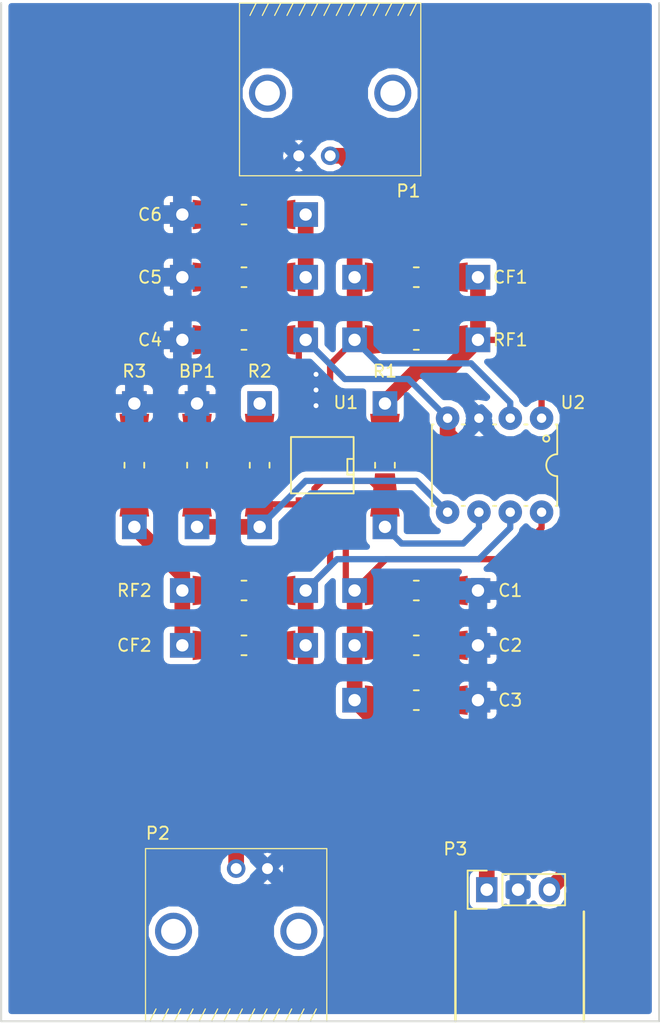
<source format=kicad_pcb>
(kicad_pcb (version 4) (host pcbnew 4.0.5)

  (general
    (links 71)
    (no_connects 0)
    (area 121.819999 55.376 175.360001 138.934)
    (thickness 1.6)
    (drawings 13)
    (tracks 118)
    (zones 0)
    (modules 19)
    (nets 9)
  )

  (page USLetter)
  (title_block
    (title "Transimpedance Amplifier Prototype Board")
    (date "28 Jul 2017")
    (rev A)
    (company "David K. Olson, ISR-1")
  )

  (layers
    (0 F.Cu signal)
    (31 B.Cu signal)
    (32 B.Adhes user)
    (33 F.Adhes user)
    (34 B.Paste user)
    (35 F.Paste user)
    (36 B.SilkS user)
    (37 F.SilkS user)
    (38 B.Mask user)
    (39 F.Mask user)
    (40 Dwgs.User user)
    (41 Cmts.User user)
    (42 Eco1.User user)
    (43 Eco2.User user)
    (44 Edge.Cuts user)
    (45 Margin user)
    (46 B.CrtYd user)
    (47 F.CrtYd user)
    (48 B.Fab user)
    (49 F.Fab user)
  )

  (setup
    (last_trace_width 1.27)
    (trace_clearance 0.254)
    (zone_clearance 0.508)
    (zone_45_only yes)
    (trace_min 0.2)
    (segment_width 0.2)
    (edge_width 0.15)
    (via_size 0.6)
    (via_drill 0.4)
    (via_min_size 0.4)
    (via_min_drill 0.3)
    (uvia_size 0.3)
    (uvia_drill 0.1)
    (uvias_allowed no)
    (uvia_min_size 0.2)
    (uvia_min_drill 0.1)
    (pcb_text_width 0.3)
    (pcb_text_size 1.5 1.5)
    (mod_edge_width 0.15)
    (mod_text_size 1 1)
    (mod_text_width 0.15)
    (pad_size 2.032 1.7272)
    (pad_drill 1.016)
    (pad_to_mask_clearance 0.2)
    (aux_axis_origin 0 0)
    (visible_elements FFFFFF7F)
    (pcbplotparams
      (layerselection 0x010f0_80000001)
      (usegerberextensions false)
      (excludeedgelayer true)
      (linewidth 0.150000)
      (plotframeref false)
      (viasonmask false)
      (mode 1)
      (useauxorigin false)
      (hpglpennumber 1)
      (hpglpenspeed 20)
      (hpglpendiameter 15)
      (hpglpenoverlay 2)
      (psnegative false)
      (psa4output false)
      (plotreference true)
      (plotvalue true)
      (plotinvisibletext false)
      (padsonsilk false)
      (subtractmaskfromsilk false)
      (outputformat 1)
      (mirror false)
      (drillshape 0)
      (scaleselection 1)
      (outputdirectory ""))
  )

  (net 0 "")
  (net 1 VCC)
  (net 2 VSS)
  (net 3 A+)
  (net 4 B+)
  (net 5 Aout)
  (net 6 A-)
  (net 7 Bout)
  (net 8 B-)

  (net_class Default "This is the default net class."
    (clearance 0.254)
    (trace_width 1.27)
    (via_dia 0.6)
    (via_drill 0.4)
    (uvia_dia 0.3)
    (uvia_drill 0.1)
    (add_net A+)
    (add_net A-)
    (add_net Aout)
    (add_net B+)
    (add_net B-)
    (add_net Bout)
    (add_net VCC)
    (add_net VSS)
  )

  (module Resistors_Universal:Resistor_SMD+THTuniversal_0805to1206_RM10_HandSoldering (layer F.Cu) (tedit 597BC242) (tstamp 597BB104)
    (at 137.795 93.345 270)
    (descr "Resistor, SMD and THT, universal, 0805 to 1206,RM10,  Hand soldering,")
    (tags "Resistor, SMD and THT, universal, 0805 to 1206, RM10, Hand soldering,")
    (path /597BAD2A)
    (fp_text reference BP1 (at -7.62 0 360) (layer F.SilkS)
      (effects (font (size 1 1) (thickness 0.15)))
    )
    (fp_text value DNP (at 0 2 270) (layer F.Fab) hide
      (effects (font (size 1 1) (thickness 0.15)))
    )
    (fp_line (start 0 0.8001) (end 0.20066 0.8001) (layer F.SilkS) (width 0.15))
    (fp_line (start 0 0.8001) (end -0.20066 0.8001) (layer F.SilkS) (width 0.15))
    (fp_line (start -0.09906 -0.8001) (end -0.20066 -0.8001) (layer F.SilkS) (width 0.15))
    (fp_line (start -0.20066 -0.8001) (end 0.20066 -0.8001) (layer F.SilkS) (width 0.15))
    (pad 1 smd trapezoid (at -2.413 0 270) (size 3.50012 1.99898) (rect_delta 0.39878 0 ) (layers F.Cu F.Paste F.Mask)
      (net 3 A+))
    (pad 2 smd trapezoid (at 2.413 0 90) (size 3.50012 1.99898) (rect_delta 0.39878 0 ) (layers F.Cu F.Paste F.Mask)
      (net 4 B+))
    (pad 1 thru_hole rect (at -5.00126 0 90) (size 1.99898 1.99898) (drill 1.00076) (layers *.Cu *.Mask)
      (net 3 A+))
    (pad 2 thru_hole rect (at 5.00126 0 90) (size 1.99898 1.99898) (drill 1.00076) (layers *.Cu *.Mask)
      (net 4 B+))
  )

  (module Resistors_Universal:Resistor_SMD+THTuniversal_0805to1206_RM10_HandSoldering (layer F.Cu) (tedit 597BB9E7) (tstamp 597BB10C)
    (at 155.575 103.505 180)
    (descr "Resistor, SMD and THT, universal, 0805 to 1206,RM10,  Hand soldering,")
    (tags "Resistor, SMD and THT, universal, 0805 to 1206, RM10, Hand soldering,")
    (path /597A3091)
    (fp_text reference C1 (at -7.62 0 180) (layer F.SilkS)
      (effects (font (size 1 1) (thickness 0.15)))
    )
    (fp_text value 0.1u (at 0 2 180) (layer F.Fab) hide
      (effects (font (size 1 1) (thickness 0.15)))
    )
    (fp_line (start 0 0.8001) (end 0.20066 0.8001) (layer F.SilkS) (width 0.15))
    (fp_line (start 0 0.8001) (end -0.20066 0.8001) (layer F.SilkS) (width 0.15))
    (fp_line (start -0.09906 -0.8001) (end -0.20066 -0.8001) (layer F.SilkS) (width 0.15))
    (fp_line (start -0.20066 -0.8001) (end 0.20066 -0.8001) (layer F.SilkS) (width 0.15))
    (pad 1 smd trapezoid (at -2.413 0 180) (size 3.50012 1.99898) (rect_delta 0.39878 0 ) (layers F.Cu F.Paste F.Mask)
      (net 3 A+))
    (pad 2 smd trapezoid (at 2.413 0) (size 3.50012 1.99898) (rect_delta 0.39878 0 ) (layers F.Cu F.Paste F.Mask)
      (net 1 VCC))
    (pad 1 thru_hole rect (at -5.00126 0) (size 1.99898 1.99898) (drill 1.00076) (layers *.Cu *.Mask)
      (net 3 A+))
    (pad 2 thru_hole rect (at 5.00126 0) (size 1.99898 1.99898) (drill 1.00076) (layers *.Cu *.Mask)
      (net 1 VCC))
  )

  (module Resistors_Universal:Resistor_SMD+THTuniversal_0805to1206_RM10_HandSoldering (layer F.Cu) (tedit 597BB9E9) (tstamp 597BB114)
    (at 155.575 107.95 180)
    (descr "Resistor, SMD and THT, universal, 0805 to 1206,RM10,  Hand soldering,")
    (tags "Resistor, SMD and THT, universal, 0805 to 1206, RM10, Hand soldering,")
    (path /597A3144)
    (fp_text reference C2 (at -7.62 0 180) (layer F.SilkS)
      (effects (font (size 1 1) (thickness 0.15)))
    )
    (fp_text value 0.1u (at 0 2 180) (layer F.Fab) hide
      (effects (font (size 1 1) (thickness 0.15)))
    )
    (fp_line (start 0 0.8001) (end 0.20066 0.8001) (layer F.SilkS) (width 0.15))
    (fp_line (start 0 0.8001) (end -0.20066 0.8001) (layer F.SilkS) (width 0.15))
    (fp_line (start -0.09906 -0.8001) (end -0.20066 -0.8001) (layer F.SilkS) (width 0.15))
    (fp_line (start -0.20066 -0.8001) (end 0.20066 -0.8001) (layer F.SilkS) (width 0.15))
    (pad 1 smd trapezoid (at -2.413 0 180) (size 3.50012 1.99898) (rect_delta 0.39878 0 ) (layers F.Cu F.Paste F.Mask)
      (net 3 A+))
    (pad 2 smd trapezoid (at 2.413 0) (size 3.50012 1.99898) (rect_delta 0.39878 0 ) (layers F.Cu F.Paste F.Mask)
      (net 1 VCC))
    (pad 1 thru_hole rect (at -5.00126 0) (size 1.99898 1.99898) (drill 1.00076) (layers *.Cu *.Mask)
      (net 3 A+))
    (pad 2 thru_hole rect (at 5.00126 0) (size 1.99898 1.99898) (drill 1.00076) (layers *.Cu *.Mask)
      (net 1 VCC))
  )

  (module Resistors_Universal:Resistor_SMD+THTuniversal_0805to1206_RM10_HandSoldering (layer F.Cu) (tedit 597BB9EB) (tstamp 597BB11C)
    (at 155.575 112.395 180)
    (descr "Resistor, SMD and THT, universal, 0805 to 1206,RM10,  Hand soldering,")
    (tags "Resistor, SMD and THT, universal, 0805 to 1206, RM10, Hand soldering,")
    (path /597A3170)
    (fp_text reference C3 (at -7.62 0 180) (layer F.SilkS)
      (effects (font (size 1 1) (thickness 0.15)))
    )
    (fp_text value 10u (at 0 2 180) (layer F.Fab) hide
      (effects (font (size 1 1) (thickness 0.15)))
    )
    (fp_line (start 0 0.8001) (end 0.20066 0.8001) (layer F.SilkS) (width 0.15))
    (fp_line (start 0 0.8001) (end -0.20066 0.8001) (layer F.SilkS) (width 0.15))
    (fp_line (start -0.09906 -0.8001) (end -0.20066 -0.8001) (layer F.SilkS) (width 0.15))
    (fp_line (start -0.20066 -0.8001) (end 0.20066 -0.8001) (layer F.SilkS) (width 0.15))
    (pad 1 smd trapezoid (at -2.413 0 180) (size 3.50012 1.99898) (rect_delta 0.39878 0 ) (layers F.Cu F.Paste F.Mask)
      (net 3 A+))
    (pad 2 smd trapezoid (at 2.413 0) (size 3.50012 1.99898) (rect_delta 0.39878 0 ) (layers F.Cu F.Paste F.Mask)
      (net 1 VCC))
    (pad 1 thru_hole rect (at -5.00126 0) (size 1.99898 1.99898) (drill 1.00076) (layers *.Cu *.Mask)
      (net 3 A+))
    (pad 2 thru_hole rect (at 5.00126 0) (size 1.99898 1.99898) (drill 1.00076) (layers *.Cu *.Mask)
      (net 1 VCC))
  )

  (module Resistors_Universal:Resistor_SMD+THTuniversal_0805to1206_RM10_HandSoldering (layer F.Cu) (tedit 597BB9E0) (tstamp 597BB124)
    (at 141.605 83.185)
    (descr "Resistor, SMD and THT, universal, 0805 to 1206,RM10,  Hand soldering,")
    (tags "Resistor, SMD and THT, universal, 0805 to 1206, RM10, Hand soldering,")
    (path /597A3255)
    (fp_text reference C4 (at -7.62 0) (layer F.SilkS)
      (effects (font (size 1 1) (thickness 0.15)))
    )
    (fp_text value 0.1u (at 0 2) (layer F.Fab) hide
      (effects (font (size 1 1) (thickness 0.15)))
    )
    (fp_line (start 0 0.8001) (end 0.20066 0.8001) (layer F.SilkS) (width 0.15))
    (fp_line (start 0 0.8001) (end -0.20066 0.8001) (layer F.SilkS) (width 0.15))
    (fp_line (start -0.09906 -0.8001) (end -0.20066 -0.8001) (layer F.SilkS) (width 0.15))
    (fp_line (start -0.20066 -0.8001) (end 0.20066 -0.8001) (layer F.SilkS) (width 0.15))
    (pad 1 smd trapezoid (at -2.413 0) (size 3.50012 1.99898) (rect_delta 0.39878 0 ) (layers F.Cu F.Paste F.Mask)
      (net 3 A+))
    (pad 2 smd trapezoid (at 2.413 0 180) (size 3.50012 1.99898) (rect_delta 0.39878 0 ) (layers F.Cu F.Paste F.Mask)
      (net 2 VSS))
    (pad 1 thru_hole rect (at -5.00126 0 180) (size 1.99898 1.99898) (drill 1.00076) (layers *.Cu *.Mask)
      (net 3 A+))
    (pad 2 thru_hole rect (at 5.00126 0 180) (size 1.99898 1.99898) (drill 1.00076) (layers *.Cu *.Mask)
      (net 2 VSS))
  )

  (module Resistors_Universal:Resistor_SMD+THTuniversal_0805to1206_RM10_HandSoldering (layer F.Cu) (tedit 597BB9E2) (tstamp 597BB12C)
    (at 141.605 78.105)
    (descr "Resistor, SMD and THT, universal, 0805 to 1206,RM10,  Hand soldering,")
    (tags "Resistor, SMD and THT, universal, 0805 to 1206, RM10, Hand soldering,")
    (path /597A325B)
    (fp_text reference C5 (at -7.62 0) (layer F.SilkS)
      (effects (font (size 1 1) (thickness 0.15)))
    )
    (fp_text value 0.1u (at 0 2) (layer F.Fab) hide
      (effects (font (size 1 1) (thickness 0.15)))
    )
    (fp_line (start 0 0.8001) (end 0.20066 0.8001) (layer F.SilkS) (width 0.15))
    (fp_line (start 0 0.8001) (end -0.20066 0.8001) (layer F.SilkS) (width 0.15))
    (fp_line (start -0.09906 -0.8001) (end -0.20066 -0.8001) (layer F.SilkS) (width 0.15))
    (fp_line (start -0.20066 -0.8001) (end 0.20066 -0.8001) (layer F.SilkS) (width 0.15))
    (pad 1 smd trapezoid (at -2.413 0) (size 3.50012 1.99898) (rect_delta 0.39878 0 ) (layers F.Cu F.Paste F.Mask)
      (net 3 A+))
    (pad 2 smd trapezoid (at 2.413 0 180) (size 3.50012 1.99898) (rect_delta 0.39878 0 ) (layers F.Cu F.Paste F.Mask)
      (net 2 VSS))
    (pad 1 thru_hole rect (at -5.00126 0 180) (size 1.99898 1.99898) (drill 1.00076) (layers *.Cu *.Mask)
      (net 3 A+))
    (pad 2 thru_hole rect (at 5.00126 0 180) (size 1.99898 1.99898) (drill 1.00076) (layers *.Cu *.Mask)
      (net 2 VSS))
  )

  (module Resistors_Universal:Resistor_SMD+THTuniversal_0805to1206_RM10_HandSoldering (layer F.Cu) (tedit 597BB9E3) (tstamp 597BB134)
    (at 141.605 73.025)
    (descr "Resistor, SMD and THT, universal, 0805 to 1206,RM10,  Hand soldering,")
    (tags "Resistor, SMD and THT, universal, 0805 to 1206, RM10, Hand soldering,")
    (path /597A3261)
    (fp_text reference C6 (at -7.62 0) (layer F.SilkS)
      (effects (font (size 1 1) (thickness 0.15)))
    )
    (fp_text value 10u (at 0 2) (layer F.Fab) hide
      (effects (font (size 1 1) (thickness 0.15)))
    )
    (fp_line (start 0 0.8001) (end 0.20066 0.8001) (layer F.SilkS) (width 0.15))
    (fp_line (start 0 0.8001) (end -0.20066 0.8001) (layer F.SilkS) (width 0.15))
    (fp_line (start -0.09906 -0.8001) (end -0.20066 -0.8001) (layer F.SilkS) (width 0.15))
    (fp_line (start -0.20066 -0.8001) (end 0.20066 -0.8001) (layer F.SilkS) (width 0.15))
    (pad 1 smd trapezoid (at -2.413 0) (size 3.50012 1.99898) (rect_delta 0.39878 0 ) (layers F.Cu F.Paste F.Mask)
      (net 3 A+))
    (pad 2 smd trapezoid (at 2.413 0 180) (size 3.50012 1.99898) (rect_delta 0.39878 0 ) (layers F.Cu F.Paste F.Mask)
      (net 2 VSS))
    (pad 1 thru_hole rect (at -5.00126 0 180) (size 1.99898 1.99898) (drill 1.00076) (layers *.Cu *.Mask)
      (net 3 A+))
    (pad 2 thru_hole rect (at 5.00126 0 180) (size 1.99898 1.99898) (drill 1.00076) (layers *.Cu *.Mask)
      (net 2 VSS))
  )

  (module Resistors_Universal:Resistor_SMD+THTuniversal_0805to1206_RM10_HandSoldering (layer F.Cu) (tedit 597BB9FC) (tstamp 597BB13C)
    (at 155.575 78.105 180)
    (descr "Resistor, SMD and THT, universal, 0805 to 1206,RM10,  Hand soldering,")
    (tags "Resistor, SMD and THT, universal, 0805 to 1206, RM10, Hand soldering,")
    (path /597A2E38)
    (fp_text reference CF1 (at -7.62 0 180) (layer F.SilkS)
      (effects (font (size 1 1) (thickness 0.15)))
    )
    (fp_text value 3p (at 0 2.5 180) (layer F.Fab) hide
      (effects (font (size 1 1) (thickness 0.15)))
    )
    (fp_line (start 0 0.8001) (end 0.20066 0.8001) (layer F.SilkS) (width 0.15))
    (fp_line (start 0 0.8001) (end -0.20066 0.8001) (layer F.SilkS) (width 0.15))
    (fp_line (start -0.09906 -0.8001) (end -0.20066 -0.8001) (layer F.SilkS) (width 0.15))
    (fp_line (start -0.20066 -0.8001) (end 0.20066 -0.8001) (layer F.SilkS) (width 0.15))
    (pad 1 smd trapezoid (at -2.413 0 180) (size 3.50012 1.99898) (rect_delta 0.39878 0 ) (layers F.Cu F.Paste F.Mask)
      (net 5 Aout))
    (pad 2 smd trapezoid (at 2.413 0) (size 3.50012 1.99898) (rect_delta 0.39878 0 ) (layers F.Cu F.Paste F.Mask)
      (net 6 A-))
    (pad 1 thru_hole rect (at -5.00126 0) (size 1.99898 1.99898) (drill 1.00076) (layers *.Cu *.Mask)
      (net 5 Aout))
    (pad 2 thru_hole rect (at 5.00126 0) (size 1.99898 1.99898) (drill 1.00076) (layers *.Cu *.Mask)
      (net 6 A-))
  )

  (module Resistors_Universal:Resistor_SMD+THTuniversal_0805to1206_RM10_HandSoldering (layer F.Cu) (tedit 597BBA0B) (tstamp 597BB144)
    (at 141.605 107.95 180)
    (descr "Resistor, SMD and THT, universal, 0805 to 1206,RM10,  Hand soldering,")
    (tags "Resistor, SMD and THT, universal, 0805 to 1206, RM10, Hand soldering,")
    (path /597A2E94)
    (fp_text reference CF2 (at 8.89 0 180) (layer F.SilkS)
      (effects (font (size 1 1) (thickness 0.15)))
    )
    (fp_text value 33n (at 0 2.5 180) (layer F.Fab) hide
      (effects (font (size 1 1) (thickness 0.15)))
    )
    (fp_line (start 0 0.8001) (end 0.20066 0.8001) (layer F.SilkS) (width 0.15))
    (fp_line (start 0 0.8001) (end -0.20066 0.8001) (layer F.SilkS) (width 0.15))
    (fp_line (start -0.09906 -0.8001) (end -0.20066 -0.8001) (layer F.SilkS) (width 0.15))
    (fp_line (start -0.20066 -0.8001) (end 0.20066 -0.8001) (layer F.SilkS) (width 0.15))
    (pad 1 smd trapezoid (at -2.413 0 180) (size 3.50012 1.99898) (rect_delta 0.39878 0 ) (layers F.Cu F.Paste F.Mask)
      (net 7 Bout))
    (pad 2 smd trapezoid (at 2.413 0) (size 3.50012 1.99898) (rect_delta 0.39878 0 ) (layers F.Cu F.Paste F.Mask)
      (net 8 B-))
    (pad 1 thru_hole rect (at -5.00126 0) (size 1.99898 1.99898) (drill 1.00076) (layers *.Cu *.Mask)
      (net 7 Bout))
    (pad 2 thru_hole rect (at 5.00126 0) (size 1.99898 1.99898) (drill 1.00076) (layers *.Cu *.Mask)
      (net 8 B-))
  )

  (module Pin_Headers:Pin_Header_Straight_1x03 (layer F.Cu) (tedit 597BD395) (tstamp 597BB157)
    (at 161.29 127.762 90)
    (descr "Through hole pin header")
    (tags "pin header")
    (path /597BB767)
    (fp_text reference P3 (at 3.302 -2.54 360) (layer F.SilkS)
      (effects (font (size 1 1) (thickness 0.15)))
    )
    (fp_text value CONN_01X03 (at 0 -3.1 90) (layer F.Fab) hide
      (effects (font (size 1 1) (thickness 0.15)))
    )
    (fp_line (start -1.75 -1.75) (end -1.75 6.85) (layer F.CrtYd) (width 0.05))
    (fp_line (start 1.75 -1.75) (end 1.75 6.85) (layer F.CrtYd) (width 0.05))
    (fp_line (start -1.75 -1.75) (end 1.75 -1.75) (layer F.CrtYd) (width 0.05))
    (fp_line (start -1.75 6.85) (end 1.75 6.85) (layer F.CrtYd) (width 0.05))
    (fp_line (start -1.27 1.27) (end -1.27 6.35) (layer F.SilkS) (width 0.15))
    (fp_line (start -1.27 6.35) (end 1.27 6.35) (layer F.SilkS) (width 0.15))
    (fp_line (start 1.27 6.35) (end 1.27 1.27) (layer F.SilkS) (width 0.15))
    (fp_line (start 1.55 -1.55) (end 1.55 0) (layer F.SilkS) (width 0.15))
    (fp_line (start 1.27 1.27) (end -1.27 1.27) (layer F.SilkS) (width 0.15))
    (fp_line (start -1.55 0) (end -1.55 -1.55) (layer F.SilkS) (width 0.15))
    (fp_line (start -1.55 -1.55) (end 1.55 -1.55) (layer F.SilkS) (width 0.15))
    (pad 1 thru_hole rect (at 0 0 90) (size 2.032 1.7272) (drill 1.016) (layers *.Cu *.Mask)
      (net 1 VCC))
    (pad 2 thru_hole oval (at 0 2.54 90) (size 2.032 1.7272) (drill 1.016) (layers *.Cu *.Mask)
      (net 3 A+))
    (pad 3 thru_hole oval (at 0 5.08 90) (size 2.032 1.7272) (drill 1.016) (layers *.Cu *.Mask)
      (net 2 VSS))
    (model Pin_Headers.3dshapes/Pin_Header_Straight_1x03.wrl
      (at (xyz 0 -0.1 0))
      (scale (xyz 1 1 1))
      (rotate (xyz 0 0 90))
    )
  )

  (module Resistors_Universal:Resistor_SMD+THTuniversal_0805to1206_RM10_HandSoldering (layer F.Cu) (tedit 597BD30E) (tstamp 597BB15F)
    (at 153.035 93.345 90)
    (descr "Resistor, SMD and THT, universal, 0805 to 1206,RM10,  Hand soldering,")
    (tags "Resistor, SMD and THT, universal, 0805 to 1206, RM10, Hand soldering,")
    (path /597A2D7D)
    (fp_text reference R1 (at 7.62 0 180) (layer F.SilkS)
      (effects (font (size 1 1) (thickness 0.15)))
    )
    (fp_text value 499 (at 0 2 90) (layer F.Fab) hide
      (effects (font (size 1 1) (thickness 0.15)))
    )
    (fp_line (start 0 0.8001) (end 0.20066 0.8001) (layer F.SilkS) (width 0.15))
    (fp_line (start 0 0.8001) (end -0.20066 0.8001) (layer F.SilkS) (width 0.15))
    (fp_line (start -0.09906 -0.8001) (end -0.20066 -0.8001) (layer F.SilkS) (width 0.15))
    (fp_line (start -0.20066 -0.8001) (end 0.20066 -0.8001) (layer F.SilkS) (width 0.15))
    (pad 1 smd trapezoid (at -2.413 0 90) (size 3.50012 1.99898) (rect_delta 0.39878 0 ) (layers F.Cu F.Paste F.Mask)
      (net 8 B-))
    (pad 2 smd trapezoid (at 2.413 0 270) (size 3.50012 1.99898) (rect_delta 0.39878 0 ) (layers F.Cu F.Paste F.Mask)
      (net 5 Aout))
    (pad 1 thru_hole rect (at -5.00126 0 270) (size 1.99898 1.99898) (drill 1.00076) (layers *.Cu *.Mask)
      (net 8 B-))
    (pad 2 thru_hole rect (at 5.00126 0 270) (size 1.99898 1.99898) (drill 1.00076) (layers *.Cu *.Mask)
      (net 5 Aout))
  )

  (module Resistors_Universal:Resistor_SMD+THTuniversal_0805to1206_RM10_HandSoldering (layer F.Cu) (tedit 597BC245) (tstamp 597BB167)
    (at 142.875 93.345 90)
    (descr "Resistor, SMD and THT, universal, 0805 to 1206,RM10,  Hand soldering,")
    (tags "Resistor, SMD and THT, universal, 0805 to 1206, RM10, Hand soldering,")
    (path /597BAEC9)
    (fp_text reference R2 (at 7.62 0 180) (layer F.SilkS)
      (effects (font (size 1 1) (thickness 0.15)))
    )
    (fp_text value DNP (at 0 2 90) (layer F.Fab) hide
      (effects (font (size 1 1) (thickness 0.15)))
    )
    (fp_line (start 0 0.8001) (end 0.20066 0.8001) (layer F.SilkS) (width 0.15))
    (fp_line (start 0 0.8001) (end -0.20066 0.8001) (layer F.SilkS) (width 0.15))
    (fp_line (start -0.09906 -0.8001) (end -0.20066 -0.8001) (layer F.SilkS) (width 0.15))
    (fp_line (start -0.20066 -0.8001) (end 0.20066 -0.8001) (layer F.SilkS) (width 0.15))
    (pad 1 smd trapezoid (at -2.413 0 90) (size 3.50012 1.99898) (rect_delta 0.39878 0 ) (layers F.Cu F.Paste F.Mask)
      (net 4 B+))
    (pad 2 smd trapezoid (at 2.413 0 270) (size 3.50012 1.99898) (rect_delta 0.39878 0 ) (layers F.Cu F.Paste F.Mask)
      (net 5 Aout))
    (pad 1 thru_hole rect (at -5.00126 0 270) (size 1.99898 1.99898) (drill 1.00076) (layers *.Cu *.Mask)
      (net 4 B+))
    (pad 2 thru_hole rect (at 5.00126 0 270) (size 1.99898 1.99898) (drill 1.00076) (layers *.Cu *.Mask)
      (net 5 Aout))
  )

  (module Resistors_Universal:Resistor_SMD+THTuniversal_0805to1206_RM10_HandSoldering (layer F.Cu) (tedit 597BC23F) (tstamp 597BB16F)
    (at 132.715 93.345 90)
    (descr "Resistor, SMD and THT, universal, 0805 to 1206,RM10,  Hand soldering,")
    (tags "Resistor, SMD and THT, universal, 0805 to 1206, RM10, Hand soldering,")
    (path /597BB2A8)
    (fp_text reference R3 (at 7.62 0 180) (layer F.SilkS)
      (effects (font (size 1 1) (thickness 0.15)))
    )
    (fp_text value DNP (at 0 2 90) (layer F.Fab) hide
      (effects (font (size 1 1) (thickness 0.15)))
    )
    (fp_line (start 0 0.8001) (end 0.20066 0.8001) (layer F.SilkS) (width 0.15))
    (fp_line (start 0 0.8001) (end -0.20066 0.8001) (layer F.SilkS) (width 0.15))
    (fp_line (start -0.09906 -0.8001) (end -0.20066 -0.8001) (layer F.SilkS) (width 0.15))
    (fp_line (start -0.20066 -0.8001) (end 0.20066 -0.8001) (layer F.SilkS) (width 0.15))
    (pad 1 smd trapezoid (at -2.413 0 90) (size 3.50012 1.99898) (rect_delta 0.39878 0 ) (layers F.Cu F.Paste F.Mask)
      (net 8 B-))
    (pad 2 smd trapezoid (at 2.413 0 270) (size 3.50012 1.99898) (rect_delta 0.39878 0 ) (layers F.Cu F.Paste F.Mask)
      (net 3 A+))
    (pad 1 thru_hole rect (at -5.00126 0 270) (size 1.99898 1.99898) (drill 1.00076) (layers *.Cu *.Mask)
      (net 8 B-))
    (pad 2 thru_hole rect (at 5.00126 0 270) (size 1.99898 1.99898) (drill 1.00076) (layers *.Cu *.Mask)
      (net 3 A+))
  )

  (module Resistors_Universal:Resistor_SMD+THTuniversal_0805to1206_RM10_HandSoldering (layer F.Cu) (tedit 597BB9FA) (tstamp 597BB177)
    (at 155.575 83.185 180)
    (descr "Resistor, SMD and THT, universal, 0805 to 1206,RM10,  Hand soldering,")
    (tags "Resistor, SMD and THT, universal, 0805 to 1206, RM10, Hand soldering,")
    (path /597A2DCB)
    (fp_text reference RF1 (at -7.62 0 180) (layer F.SilkS)
      (effects (font (size 1 1) (thickness 0.15)))
    )
    (fp_text value 10M (at 0 2.5 180) (layer F.Fab) hide
      (effects (font (size 1 1) (thickness 0.15)))
    )
    (fp_line (start 0 0.8001) (end 0.20066 0.8001) (layer F.SilkS) (width 0.15))
    (fp_line (start 0 0.8001) (end -0.20066 0.8001) (layer F.SilkS) (width 0.15))
    (fp_line (start -0.09906 -0.8001) (end -0.20066 -0.8001) (layer F.SilkS) (width 0.15))
    (fp_line (start -0.20066 -0.8001) (end 0.20066 -0.8001) (layer F.SilkS) (width 0.15))
    (pad 1 smd trapezoid (at -2.413 0 180) (size 3.50012 1.99898) (rect_delta 0.39878 0 ) (layers F.Cu F.Paste F.Mask)
      (net 5 Aout))
    (pad 2 smd trapezoid (at 2.413 0) (size 3.50012 1.99898) (rect_delta 0.39878 0 ) (layers F.Cu F.Paste F.Mask)
      (net 6 A-))
    (pad 1 thru_hole rect (at -5.00126 0) (size 1.99898 1.99898) (drill 1.00076) (layers *.Cu *.Mask)
      (net 5 Aout))
    (pad 2 thru_hole rect (at 5.00126 0) (size 1.99898 1.99898) (drill 1.00076) (layers *.Cu *.Mask)
      (net 6 A-))
  )

  (module Resistors_Universal:Resistor_SMD+THTuniversal_0805to1206_RM10_HandSoldering (layer F.Cu) (tedit 597BBA0D) (tstamp 597BB17F)
    (at 141.605 103.505 180)
    (descr "Resistor, SMD and THT, universal, 0805 to 1206,RM10,  Hand soldering,")
    (tags "Resistor, SMD and THT, universal, 0805 to 1206, RM10, Hand soldering,")
    (path /597A2E00)
    (fp_text reference RF2 (at 8.89 0 180) (layer F.SilkS)
      (effects (font (size 1 1) (thickness 0.15)))
    )
    (fp_text value 4.99k (at 0 2.5 180) (layer F.Fab) hide
      (effects (font (size 1 1) (thickness 0.15)))
    )
    (fp_line (start 0 0.8001) (end 0.20066 0.8001) (layer F.SilkS) (width 0.15))
    (fp_line (start 0 0.8001) (end -0.20066 0.8001) (layer F.SilkS) (width 0.15))
    (fp_line (start -0.09906 -0.8001) (end -0.20066 -0.8001) (layer F.SilkS) (width 0.15))
    (fp_line (start -0.20066 -0.8001) (end 0.20066 -0.8001) (layer F.SilkS) (width 0.15))
    (pad 1 smd trapezoid (at -2.413 0 180) (size 3.50012 1.99898) (rect_delta 0.39878 0 ) (layers F.Cu F.Paste F.Mask)
      (net 7 Bout))
    (pad 2 smd trapezoid (at 2.413 0) (size 3.50012 1.99898) (rect_delta 0.39878 0 ) (layers F.Cu F.Paste F.Mask)
      (net 8 B-))
    (pad 1 thru_hole rect (at -5.00126 0) (size 1.99898 1.99898) (drill 1.00076) (layers *.Cu *.Mask)
      (net 7 Bout))
    (pad 2 thru_hole rect (at 5.00126 0) (size 1.99898 1.99898) (drill 1.00076) (layers *.Cu *.Mask)
      (net 8 B-))
  )

  (module SMD_Packages:SOIC-8-N (layer F.Cu) (tedit 597BD2F3) (tstamp 597BB18B)
    (at 147.955 93.345 180)
    (descr "Module Narrow CMS SOJ 8 pins large")
    (tags "CMS SOJ")
    (path /597A2CEF)
    (attr smd)
    (fp_text reference U1 (at -1.905 5.08 360) (layer F.SilkS)
      (effects (font (size 1 1) (thickness 0.15)))
    )
    (fp_text value AD712 (at 0 1.27 180) (layer F.Fab) hide
      (effects (font (size 1 1) (thickness 0.15)))
    )
    (fp_line (start -2.54 -2.286) (end 2.54 -2.286) (layer F.SilkS) (width 0.15))
    (fp_line (start 2.54 -2.286) (end 2.54 2.286) (layer F.SilkS) (width 0.15))
    (fp_line (start 2.54 2.286) (end -2.54 2.286) (layer F.SilkS) (width 0.15))
    (fp_line (start -2.54 2.286) (end -2.54 -2.286) (layer F.SilkS) (width 0.15))
    (fp_line (start -2.54 -0.762) (end -2.032 -0.762) (layer F.SilkS) (width 0.15))
    (fp_line (start -2.032 -0.762) (end -2.032 0.508) (layer F.SilkS) (width 0.15))
    (fp_line (start -2.032 0.508) (end -2.54 0.508) (layer F.SilkS) (width 0.15))
    (pad 8 smd rect (at -1.905 -3.175 180) (size 0.508 1.143) (layers F.Cu F.Paste F.Mask)
      (net 1 VCC))
    (pad 7 smd rect (at -0.635 -3.175 180) (size 0.508 1.143) (layers F.Cu F.Paste F.Mask)
      (net 7 Bout))
    (pad 6 smd rect (at 0.635 -3.175 180) (size 0.508 1.143) (layers F.Cu F.Paste F.Mask)
      (net 8 B-))
    (pad 5 smd rect (at 1.905 -3.175 180) (size 0.508 1.143) (layers F.Cu F.Paste F.Mask)
      (net 4 B+))
    (pad 4 smd rect (at 1.905 3.175 180) (size 0.508 1.143) (layers F.Cu F.Paste F.Mask)
      (net 2 VSS))
    (pad 3 smd rect (at 0.635 3.175 180) (size 0.508 1.143) (layers F.Cu F.Paste F.Mask)
      (net 3 A+))
    (pad 2 smd rect (at -0.635 3.175 180) (size 0.508 1.143) (layers F.Cu F.Paste F.Mask)
      (net 6 A-))
    (pad 1 smd rect (at -1.905 3.175 180) (size 0.508 1.143) (layers F.Cu F.Paste F.Mask)
      (net 5 Aout))
    (model SMD_Packages.3dshapes/SOIC-8-N.wrl
      (at (xyz 0 0 0))
      (scale (xyz 0.5 0.38 0.5))
      (rotate (xyz 0 0 0))
    )
  )

  (module Power_Integrations:PDIP-8 (layer F.Cu) (tedit 597BD301) (tstamp 597BB77C)
    (at 161.925 93.345 180)
    (descr "PDIP-8 Standard 300mil 8pin Dual In Line Package")
    (tags "Power Integrations P Package")
    (path /597BBE1F)
    (fp_text reference U2 (at -6.35 5.08 360) (layer F.SilkS)
      (effects (font (size 1 1) (thickness 0.15)))
    )
    (fp_text value AD712 (at 0 0 180) (layer F.Fab) hide
      (effects (font (size 1 1) (thickness 0.15)))
    )
    (fp_line (start -5.08 0.889) (end -5.08 3.302) (layer F.SilkS) (width 0.15))
    (fp_line (start -5.08 -0.889) (end -5.08 -3.302) (layer F.SilkS) (width 0.15))
    (fp_arc (start -5.08 0) (end -4.191 0) (angle 90) (layer F.SilkS) (width 0.15))
    (fp_arc (start -5.08 0) (end -5.08 -0.889) (angle 90) (layer F.SilkS) (width 0.15))
    (fp_circle (center -4.191 2.159) (end -3.937 2.159) (layer F.SilkS) (width 0.15))
    (fp_line (start 5.08 3.302) (end 4.953 3.302) (layer F.SilkS) (width 0.15))
    (fp_line (start 2.413 3.302) (end 2.667 3.302) (layer F.SilkS) (width 0.15))
    (fp_line (start -0.127 3.302) (end 0.127 3.302) (layer F.SilkS) (width 0.15))
    (fp_line (start -2.667 3.302) (end -2.413 3.302) (layer F.SilkS) (width 0.15))
    (fp_line (start -5.08 3.302) (end -4.953 3.302) (layer F.SilkS) (width 0.15))
    (fp_line (start -5.08 -3.302) (end -4.953 -3.302) (layer F.SilkS) (width 0.15))
    (fp_line (start 5.08 -3.302) (end 4.953 -3.302) (layer F.SilkS) (width 0.15))
    (fp_line (start 2.413 -3.302) (end 2.667 -3.302) (layer F.SilkS) (width 0.15))
    (fp_line (start -0.127 -3.302) (end 0.127 -3.302) (layer F.SilkS) (width 0.15))
    (fp_line (start -2.667 -3.302) (end -2.413 -3.302) (layer F.SilkS) (width 0.15))
    (fp_line (start 5.08 3.302) (end 5.08 -3.302) (layer F.SilkS) (width 0.15))
    (pad 1 thru_hole circle (at -3.81 3.81 180) (size 1.905 1.905) (drill 0.762) (layers *.Cu *.Mask)
      (net 5 Aout))
    (pad 2 thru_hole circle (at -1.27 3.81 180) (size 1.905 1.905) (drill 0.762) (layers *.Cu *.Mask)
      (net 6 A-))
    (pad 3 thru_hole circle (at 1.27 3.81 180) (size 1.905 1.905) (drill 0.762) (layers *.Cu *.Mask)
      (net 3 A+))
    (pad 4 thru_hole circle (at 3.81 3.81 180) (size 1.905 1.905) (drill 0.762) (layers *.Cu *.Mask)
      (net 2 VSS))
    (pad 5 thru_hole circle (at 3.81 -3.81 180) (size 1.905 1.905) (drill 0.762) (layers *.Cu *.Mask)
      (net 4 B+))
    (pad 6 thru_hole circle (at 1.27 -3.81 180) (size 1.905 1.905) (drill 0.762) (layers *.Cu *.Mask)
      (net 8 B-))
    (pad 7 thru_hole circle (at -1.27 -3.81 180) (size 1.905 1.905) (drill 0.762) (layers *.Cu *.Mask)
      (net 7 Bout))
    (pad 8 thru_hole circle (at -3.81 -3.81 180) (size 1.905 1.905) (drill 0.762) (layers *.Cu *.Mask)
      (net 1 VCC))
  )

  (module k7arx:BNC_Panel_Feedthrough (layer F.Cu) (tedit 597BCF8D) (tstamp 597BCAFF)
    (at 148.59 55.88 180)
    (path /597A38C8)
    (fp_text reference P1 (at -6.35 -15.24 180) (layer F.SilkS)
      (effects (font (size 1 1) (thickness 0.15)))
    )
    (fp_text value BNC (at -8.89 -11.43 180) (layer F.Fab) hide
      (effects (font (size 1 1) (thickness 0.15)))
    )
    (fp_line (start 6 0) (end 6.5 -1) (layer F.SilkS) (width 0.1))
    (fp_line (start 5 0) (end 5.5 -1) (layer F.SilkS) (width 0.1))
    (fp_line (start 4 0) (end 4.5 -1) (layer F.SilkS) (width 0.1))
    (fp_line (start 3 0) (end 3.5 -1) (layer F.SilkS) (width 0.1))
    (fp_line (start 2 0) (end 2.5 -1) (layer F.SilkS) (width 0.1))
    (fp_line (start 1 0) (end 1.5 -1) (layer F.SilkS) (width 0.1))
    (fp_line (start 0 0) (end 0.5 -1) (layer F.SilkS) (width 0.1))
    (fp_line (start -1 0) (end -0.5 -1) (layer F.SilkS) (width 0.1))
    (fp_line (start -2 0) (end -1.5 -1) (layer F.SilkS) (width 0.1))
    (fp_line (start -3 0) (end -2.5 -1) (layer F.SilkS) (width 0.1))
    (fp_line (start -4 0) (end -3.5 -1) (layer F.SilkS) (width 0.1))
    (fp_line (start -5 0) (end -4.5 -1) (layer F.SilkS) (width 0.1))
    (fp_line (start -6 0) (end -5.5 -1) (layer F.SilkS) (width 0.1))
    (fp_line (start -7 0) (end -6.5 -1) (layer F.SilkS) (width 0.1))
    (fp_line (start -7.35 -14) (end 7.35 -14) (layer F.SilkS) (width 0.1))
    (fp_line (start 7.35 0) (end 7.35 -14) (layer F.SilkS) (width 0.1))
    (fp_line (start -7.35 0) (end -7.35 -14) (layer F.SilkS) (width 0.1))
    (fp_line (start -7.35 0) (end 7.35 0) (layer F.SilkS) (width 0.1))
    (pad 0 thru_hole circle (at 5.08 -7.3 180) (size 3 3) (drill 2.01) (layers *.Cu *.Mask))
    (pad 0 thru_hole circle (at -5.08 -7.3 180) (size 3 3) (drill 2.01) (layers *.Cu *.Mask))
    (pad 1 thru_hole circle (at 0 -12.38 180) (size 1.5 1.5) (drill 0.89) (layers *.Cu *.Mask)
      (net 6 A-))
    (pad 2 thru_hole circle (at 2.54 -12.38 180) (size 1.5 1.5) (drill 0.89) (layers *.Cu *.Mask)
      (net 3 A+))
  )

  (module k7arx:BNC_Panel_Feedthrough (layer F.Cu) (tedit 597BCF84) (tstamp 597BCB18)
    (at 140.97 138.43)
    (path /597A3961)
    (fp_text reference P2 (at -6.35 -15.24) (layer F.SilkS)
      (effects (font (size 1 1) (thickness 0.15)))
    )
    (fp_text value BNC (at 0 -15) (layer F.Fab) hide
      (effects (font (size 1 1) (thickness 0.15)))
    )
    (fp_line (start 6 0) (end 6.5 -1) (layer F.SilkS) (width 0.1))
    (fp_line (start 5 0) (end 5.5 -1) (layer F.SilkS) (width 0.1))
    (fp_line (start 4 0) (end 4.5 -1) (layer F.SilkS) (width 0.1))
    (fp_line (start 3 0) (end 3.5 -1) (layer F.SilkS) (width 0.1))
    (fp_line (start 2 0) (end 2.5 -1) (layer F.SilkS) (width 0.1))
    (fp_line (start 1 0) (end 1.5 -1) (layer F.SilkS) (width 0.1))
    (fp_line (start 0 0) (end 0.5 -1) (layer F.SilkS) (width 0.1))
    (fp_line (start -1 0) (end -0.5 -1) (layer F.SilkS) (width 0.1))
    (fp_line (start -2 0) (end -1.5 -1) (layer F.SilkS) (width 0.1))
    (fp_line (start -3 0) (end -2.5 -1) (layer F.SilkS) (width 0.1))
    (fp_line (start -4 0) (end -3.5 -1) (layer F.SilkS) (width 0.1))
    (fp_line (start -5 0) (end -4.5 -1) (layer F.SilkS) (width 0.1))
    (fp_line (start -6 0) (end -5.5 -1) (layer F.SilkS) (width 0.1))
    (fp_line (start -7 0) (end -6.5 -1) (layer F.SilkS) (width 0.1))
    (fp_line (start -7.35 -14) (end 7.35 -14) (layer F.SilkS) (width 0.1))
    (fp_line (start 7.35 0) (end 7.35 -14) (layer F.SilkS) (width 0.1))
    (fp_line (start -7.35 0) (end -7.35 -14) (layer F.SilkS) (width 0.1))
    (fp_line (start -7.35 0) (end 7.35 0) (layer F.SilkS) (width 0.1))
    (pad 0 thru_hole circle (at 5.08 -7.3) (size 3 3) (drill 2.01) (layers *.Cu *.Mask))
    (pad 0 thru_hole circle (at -5.08 -7.3) (size 3 3) (drill 2.01) (layers *.Cu *.Mask))
    (pad 1 thru_hole circle (at 0 -12.38) (size 1.5 1.5) (drill 0.89) (layers *.Cu *.Mask)
      (net 7 Bout))
    (pad 2 thru_hole circle (at 2.54 -12.38) (size 1.5 1.5) (drill 0.89) (layers *.Cu *.Mask)
      (net 3 A+))
  )

  (gr_line (start 121.92 138.43) (end 121.92 55.88) (angle 90) (layer Edge.Cuts) (width 0.15))
  (gr_line (start 175.26 138.43) (end 175.26 55.88) (angle 90) (layer Edge.Cuts) (width 0.15))
  (gr_line (start 121.92 138.43) (end 175.26 138.43) (angle 90) (layer Edge.Cuts) (width 0.15))
  (gr_line (start 169.164 129.54) (end 169.164 138.43) (angle 90) (layer F.SilkS) (width 0.2))
  (gr_line (start 158.75 129.54) (end 158.75 138.43) (angle 90) (layer F.SilkS) (width 0.2))
  (gr_text Gnd (at 163.83 124.46 90) (layer F.Cu)
    (effects (font (thickness 0.3048)))
  )
  (gr_text V- (at 170.942 127.762 90) (layer F.Cu)
    (effects (font (thickness 0.3048)))
  )
  (gr_text V+ (at 157.226 127.762 90) (layer F.Cu)
    (effects (font (thickness 0.3048)))
  )
  (gr_text "Signal Out" (at 151.13 131.445 90) (layer F.Cu)
    (effects (font (thickness 0.3048)))
  )
  (gr_text "Signal In" (at 138.43 63.5 90) (layer F.Cu)
    (effects (font (thickness 0.3048)))
  )
  (gr_text "David K. Olson\nISR-1" (at 170.18 71.12 90) (layer F.Cu)
    (effects (font (size 1.905 1.905) (thickness 0.3048)))
  )
  (gr_text "2-Stage Transimpedance Amplifier" (at 125.73 107.95 90) (layer F.Cu)
    (effects (font (size 1.905 1.905) (thickness 0.3048)))
  )
  (gr_line (start 121.92 55.88) (end 175.26 55.88) (angle 90) (layer F.Fab) (width 0.2))

  (segment (start 161.29 127.762) (end 161.29 123.11126) (width 1.27) (layer F.Cu) (net 1) (status 400000))
  (segment (start 161.29 123.11126) (end 150.57374 112.395) (width 1.27) (layer F.Cu) (net 1) (tstamp 597BCE08))
  (segment (start 153.11374 100.965) (end 150.57374 103.505) (width 0.508) (layer F.Cu) (net 1) (tstamp 597BBE05))
  (segment (start 163.195 100.965) (end 153.11374 100.965) (width 0.508) (layer F.Cu) (net 1) (tstamp 597BBE02))
  (segment (start 150.57374 108.585) (end 150.57374 112.395) (width 1.27) (layer F.Cu) (net 1))
  (segment (start 150.57374 104.14) (end 150.57374 107.95) (width 1.27) (layer F.Cu) (net 1))
  (segment (start 150.57374 112.395) (end 153.162 112.395) (width 0.508) (layer F.Cu) (net 1))
  (segment (start 150.57374 107.95) (end 153.162 107.95) (width 0.508) (layer F.Cu) (net 1))
  (segment (start 150.57374 103.505) (end 153.162 103.505) (width 0.508) (layer F.Cu) (net 1))
  (segment (start 149.86 96.52) (end 149.86 102.79126) (width 0.508) (layer F.Cu) (net 1))
  (segment (start 149.86 102.79126) (end 150.57374 103.505) (width 0.508) (layer F.Cu) (net 1) (tstamp 597BBBFB))
  (segment (start 165.735 97.155) (end 165.735 98.425) (width 0.508) (layer F.Cu) (net 1))
  (segment (start 165.735 98.425) (end 163.195 100.965) (width 0.508) (layer F.Cu) (net 1) (tstamp 597BBE00))
  (segment (start 168.91 96.52) (end 168.91 125.222) (width 1.27) (layer F.Cu) (net 2))
  (segment (start 166.37 93.98) (end 168.91 96.52) (width 1.27) (layer F.Cu) (net 2) (tstamp 597BCC2C))
  (segment (start 161.29 93.98) (end 166.37 93.98) (width 1.27) (layer F.Cu) (net 2) (tstamp 597BCC2B))
  (segment (start 158.115 89.535) (end 158.115 90.805) (width 1.27) (layer F.Cu) (net 2))
  (segment (start 158.115 90.805) (end 161.29 93.98) (width 1.27) (layer F.Cu) (net 2) (tstamp 597BCC2A))
  (segment (start 168.91 125.222) (end 166.37 127.762) (width 1.27) (layer F.Cu) (net 2) (tstamp 597F9D6C) (status 800000))
  (segment (start 146.60626 78.105) (end 146.60626 73.025) (width 1.27) (layer F.Cu) (net 2))
  (segment (start 146.60626 83.185) (end 146.60626 78.105) (width 1.27) (layer F.Cu) (net 2))
  (segment (start 149.78126 86.36) (end 146.60626 83.185) (width 0.508) (layer B.Cu) (net 2) (tstamp 597BBE5F))
  (segment (start 146.60626 83.185) (end 144.018 83.185) (width 0.508) (layer F.Cu) (net 2))
  (segment (start 146.60626 78.105) (end 144.018 78.105) (width 0.508) (layer F.Cu) (net 2))
  (segment (start 146.60626 73.025) (end 144.018 73.025) (width 0.508) (layer F.Cu) (net 2))
  (segment (start 146.05 90.17) (end 146.05 83.74126) (width 0.508) (layer F.Cu) (net 2))
  (segment (start 146.05 83.74126) (end 146.60626 83.185) (width 0.508) (layer F.Cu) (net 2) (tstamp 597BBBC2))
  (segment (start 158.115 89.535) (end 154.94 86.36) (width 0.508) (layer B.Cu) (net 2))
  (segment (start 154.94 86.36) (end 149.78126 86.36) (width 0.508) (layer B.Cu) (net 2) (tstamp 597BBE5B))
  (segment (start 147.447 86.36) (end 147.447 88.519) (width 0.508) (layer F.Cu) (net 3))
  (via (at 147.447 88.519) (size 0.6) (drill 0.4) (layers F.Cu B.Cu) (net 3))
  (segment (start 147.32 88.646) (end 147.447 88.519) (width 0.508) (layer F.Cu) (net 3) (tstamp 597BBD9C))
  (segment (start 147.447 88.519) (end 147.32 88.646) (width 0.508) (layer F.Cu) (net 3) (tstamp 597BD265))
  (segment (start 137.795 88.34374) (end 137.795 90.932) (width 1.27) (layer F.Cu) (net 3))
  (segment (start 147.32 90.17) (end 147.32 88.646) (width 0.508) (layer F.Cu) (net 3))
  (via (at 147.447 85.979) (size 0.6) (drill 0.4) (layers F.Cu B.Cu) (net 3))
  (segment (start 147.447 87.249) (end 147.447 86.36) (width 0.508) (layer F.Cu) (net 3) (tstamp 597BBDB7))
  (segment (start 147.447 86.36) (end 147.447 85.979) (width 0.508) (layer F.Cu) (net 3) (tstamp 597BD263))
  (via (at 147.447 87.249) (size 0.6) (drill 0.4) (layers F.Cu B.Cu) (net 3))
  (segment (start 132.715 88.34374) (end 132.715 90.932) (width 1.27) (layer F.Cu) (net 3))
  (segment (start 136.60374 83.185) (end 139.192 83.185) (width 1.27) (layer F.Cu) (net 3))
  (segment (start 136.60374 78.105) (end 139.192 78.105) (width 1.27) (layer F.Cu) (net 3))
  (segment (start 136.60374 73.025) (end 139.192 73.025) (width 1.27) (layer F.Cu) (net 3))
  (segment (start 160.57626 112.395) (end 157.988 112.395) (width 1.27) (layer F.Cu) (net 3))
  (segment (start 160.57626 107.95) (end 157.988 107.95) (width 1.27) (layer F.Cu) (net 3))
  (segment (start 160.57626 103.505) (end 157.988 103.505) (width 1.27) (layer F.Cu) (net 3))
  (segment (start 158.115 97.155) (end 155.575 94.615) (width 0.508) (layer B.Cu) (net 4))
  (segment (start 155.575 94.615) (end 146.60626 94.615) (width 0.508) (layer B.Cu) (net 4) (tstamp 597BBC71))
  (segment (start 137.795 98.34626) (end 142.875 98.34626) (width 1.27) (layer F.Cu) (net 4))
  (segment (start 137.795 98.34626) (end 137.795 95.758) (width 0.508) (layer F.Cu) (net 4))
  (segment (start 142.875 98.34626) (end 142.875 95.758) (width 0.508) (layer F.Cu) (net 4))
  (segment (start 146.60626 94.615) (end 142.875 98.34626) (width 0.508) (layer B.Cu) (net 4) (tstamp 597BBC72))
  (segment (start 146.05 96.52) (end 143.637 96.52) (width 0.508) (layer F.Cu) (net 4))
  (segment (start 143.637 96.52) (end 142.875 95.758) (width 0.508) (layer F.Cu) (net 4) (tstamp 597BBBD1))
  (segment (start 165.735 89.535) (end 165.735 85.725) (width 0.508) (layer F.Cu) (net 5))
  (segment (start 165.735 85.725) (end 163.195 83.185) (width 0.508) (layer F.Cu) (net 5) (tstamp 597BBC91))
  (segment (start 160.57626 83.185) (end 160.57626 78.105) (width 1.27) (layer F.Cu) (net 5))
  (segment (start 142.875 90.932) (end 143.002 90.932) (width 0.508) (layer F.Cu) (net 5))
  (segment (start 143.002 90.932) (end 144.145 92.075) (width 0.508) (layer F.Cu) (net 5) (tstamp 597BBD68))
  (segment (start 151.892 92.075) (end 153.035 90.932) (width 0.508) (layer F.Cu) (net 5) (tstamp 597BBD74))
  (segment (start 144.145 92.075) (end 151.892 92.075) (width 0.508) (layer F.Cu) (net 5) (tstamp 597BBD72))
  (segment (start 153.035 88.34374) (end 153.035 90.932) (width 0.508) (layer F.Cu) (net 5))
  (segment (start 142.875 88.34374) (end 142.875 90.932) (width 0.508) (layer F.Cu) (net 5))
  (segment (start 160.57626 78.105) (end 157.988 78.105) (width 0.508) (layer F.Cu) (net 5))
  (segment (start 160.57626 83.185) (end 157.988 83.185) (width 0.508) (layer F.Cu) (net 5))
  (segment (start 163.195 83.185) (end 160.57626 83.185) (width 0.508) (layer F.Cu) (net 5) (tstamp 597BBC93))
  (segment (start 153.035 88.34374) (end 153.035 88.265) (width 0.508) (layer F.Cu) (net 5))
  (segment (start 153.035 88.265) (end 155.575 85.725) (width 1.27) (layer F.Cu) (net 5) (tstamp 597BBC2A))
  (segment (start 155.575 85.725) (end 158.03626 85.725) (width 1.27) (layer F.Cu) (net 5) (tstamp 597BBC2B))
  (segment (start 158.03626 85.725) (end 160.57626 83.185) (width 1.27) (layer F.Cu) (net 5) (tstamp 597BBC2D))
  (segment (start 149.86 90.17) (end 152.273 90.17) (width 0.508) (layer F.Cu) (net 5))
  (segment (start 152.273 90.17) (end 153.035 90.932) (width 0.508) (layer F.Cu) (net 5) (tstamp 597BBBBC))
  (segment (start 148.59 68.26) (end 149.54 68.26) (width 1.27) (layer F.Cu) (net 6))
  (segment (start 150.57374 69.29374) (end 150.57374 78.105) (width 1.27) (layer F.Cu) (net 6) (tstamp 597BCBE2))
  (segment (start 149.54 68.26) (end 150.57374 69.29374) (width 1.27) (layer F.Cu) (net 6) (tstamp 597BCBE1))
  (segment (start 148.59 68.26) (end 148.59 68.58) (width 0.508) (layer F.Cu) (net 6))
  (segment (start 150.57374 83.185) (end 150.57374 78.105) (width 1.27) (layer F.Cu) (net 6))
  (segment (start 163.195 89.535) (end 163.195 88.265) (width 0.508) (layer B.Cu) (net 6))
  (segment (start 152.47874 85.09) (end 150.57374 83.185) (width 0.508) (layer B.Cu) (net 6) (tstamp 597BC2A5))
  (segment (start 160.02 85.09) (end 152.47874 85.09) (width 0.508) (layer B.Cu) (net 6) (tstamp 597BC2A3))
  (segment (start 163.195 88.265) (end 160.02 85.09) (width 0.508) (layer B.Cu) (net 6) (tstamp 597BC2A2))
  (segment (start 149.86 77.39126) (end 150.57374 78.105) (width 0.508) (layer F.Cu) (net 6) (tstamp 597BC296))
  (segment (start 150.57374 83.185) (end 153.162 83.185) (width 0.508) (layer F.Cu) (net 6))
  (segment (start 150.57374 78.105) (end 153.162 78.105) (width 0.508) (layer F.Cu) (net 6))
  (segment (start 148.59 90.17) (end 148.59 85.16874) (width 0.508) (layer F.Cu) (net 6))
  (segment (start 148.59 85.16874) (end 150.57374 83.185) (width 0.508) (layer F.Cu) (net 6) (tstamp 597BBBBF))
  (segment (start 140.97 126.05) (end 140.97 116.84) (width 1.27) (layer F.Cu) (net 7) (status 400000))
  (segment (start 140.97 116.84) (end 146.60626 111.20374) (width 1.27) (layer F.Cu) (net 7) (tstamp 597BCBD1))
  (segment (start 146.60626 111.20374) (end 146.60626 107.95) (width 1.27) (layer F.Cu) (net 7) (tstamp 597BCBD3))
  (segment (start 146.685 108.02874) (end 146.60626 107.95) (width 0.508) (layer F.Cu) (net 7) (tstamp 597BC300))
  (segment (start 146.60626 107.95) (end 144.018 107.95) (width 0.508) (layer F.Cu) (net 7))
  (segment (start 146.60626 103.505) (end 144.018 103.505) (width 0.508) (layer F.Cu) (net 7))
  (segment (start 163.195 97.155) (end 163.195 98.425) (width 0.508) (layer B.Cu) (net 7))
  (segment (start 149.14626 100.965) (end 146.60626 103.505) (width 0.508) (layer B.Cu) (net 7) (tstamp 597BBC7E))
  (segment (start 160.655 100.965) (end 149.14626 100.965) (width 0.508) (layer B.Cu) (net 7) (tstamp 597BBC7C))
  (segment (start 163.195 98.425) (end 160.655 100.965) (width 0.508) (layer B.Cu) (net 7) (tstamp 597BBC7B))
  (segment (start 148.59 96.52) (end 148.59 101.52126) (width 0.508) (layer F.Cu) (net 7))
  (segment (start 148.59 101.52126) (end 146.60626 103.505) (width 0.508) (layer F.Cu) (net 7) (tstamp 597BBC19))
  (segment (start 146.60626 107.95) (end 146.60626 104.14) (width 1.27) (layer F.Cu) (net 7))
  (segment (start 147.32 96.52) (end 147.32 99.06) (width 0.508) (layer F.Cu) (net 8))
  (segment (start 137.87374 100.965) (end 136.60374 102.235) (width 0.508) (layer F.Cu) (net 8) (tstamp 597BCC71))
  (segment (start 145.415 100.965) (end 137.87374 100.965) (width 0.508) (layer F.Cu) (net 8) (tstamp 597BCC70))
  (segment (start 147.32 99.06) (end 145.415 100.965) (width 0.508) (layer F.Cu) (net 8) (tstamp 597BCC6F))
  (segment (start 136.60374 103.505) (end 136.60374 102.235) (width 1.27) (layer F.Cu) (net 8))
  (segment (start 136.60374 102.235) (end 132.715 98.34626) (width 1.27) (layer F.Cu) (net 8) (tstamp 597BCC6C))
  (segment (start 153.035 98.34626) (end 153.035 95.758) (width 0.508) (layer F.Cu) (net 8))
  (segment (start 136.60374 107.95) (end 139.192 107.95) (width 0.508) (layer F.Cu) (net 8))
  (segment (start 136.60374 103.505) (end 139.192 103.505) (width 0.508) (layer F.Cu) (net 8))
  (segment (start 132.715 98.34626) (end 132.715 95.758) (width 0.508) (layer F.Cu) (net 8))
  (segment (start 160.655 97.155) (end 160.655 98.425) (width 0.508) (layer B.Cu) (net 8))
  (segment (start 154.38374 99.695) (end 153.035 98.34626) (width 0.508) (layer B.Cu) (net 8) (tstamp 597BBC78))
  (segment (start 159.385 99.695) (end 154.38374 99.695) (width 0.508) (layer B.Cu) (net 8) (tstamp 597BBC77))
  (segment (start 160.655 98.425) (end 159.385 99.695) (width 0.508) (layer B.Cu) (net 8) (tstamp 597BBC76))
  (segment (start 147.32 96.52) (end 147.32 95.25) (width 0.508) (layer F.Cu) (net 8))
  (segment (start 151.892 94.615) (end 153.035 95.758) (width 0.508) (layer F.Cu) (net 8) (tstamp 597BBC27))
  (segment (start 147.955 94.615) (end 151.892 94.615) (width 0.508) (layer F.Cu) (net 8) (tstamp 597BBC26))
  (segment (start 147.32 95.25) (end 147.955 94.615) (width 0.508) (layer F.Cu) (net 8) (tstamp 597BBC25))
  (segment (start 136.60374 104.14) (end 136.60374 107.95) (width 1.27) (layer F.Cu) (net 8))

  (zone (net 3) (net_name A+) (layer B.Cu) (tstamp 597F9D3A) (hatch edge 0.508)
    (connect_pads (clearance 0.508))
    (min_thickness 0.508)
    (fill yes (arc_segments 16) (thermal_gap 0.508) (thermal_bridge_width 2))
    (polygon
      (pts
        (xy 175.26 138.43) (xy 121.92 138.43) (xy 121.92 55.88) (xy 175.26 55.88)
      )
    )
    (filled_polygon
      (pts
        (xy 174.423 137.593) (xy 122.757 137.593) (xy 122.757 131.577966) (xy 133.627608 131.577966) (xy 133.971252 132.409646)
        (xy 134.607007 133.046512) (xy 135.438086 133.391606) (xy 136.337966 133.392392) (xy 137.169646 133.048748) (xy 137.806512 132.412993)
        (xy 138.151606 131.581914) (xy 138.151609 131.577966) (xy 143.787608 131.577966) (xy 144.131252 132.409646) (xy 144.767007 133.046512)
        (xy 145.598086 133.391606) (xy 146.497966 133.392392) (xy 147.329646 133.048748) (xy 147.966512 132.412993) (xy 148.311606 131.581914)
        (xy 148.312392 130.682034) (xy 147.968748 129.850354) (xy 147.332993 129.213488) (xy 146.501914 128.868394) (xy 145.602034 128.867608)
        (xy 144.770354 129.211252) (xy 144.133488 129.847007) (xy 143.788394 130.678086) (xy 143.787608 131.577966) (xy 138.151609 131.577966)
        (xy 138.152392 130.682034) (xy 137.808748 129.850354) (xy 137.172993 129.213488) (xy 136.341914 128.868394) (xy 135.442034 128.867608)
        (xy 134.610354 129.211252) (xy 133.973488 129.847007) (xy 133.628394 130.678086) (xy 133.627608 131.577966) (xy 122.757 131.577966)
        (xy 122.757 126.349436) (xy 139.457738 126.349436) (xy 139.687441 126.90536) (xy 140.112402 127.331064) (xy 140.667925 127.561737)
        (xy 141.269436 127.562262) (xy 141.82536 127.332559) (xy 141.925076 127.233017) (xy 142.857313 127.233017) (xy 142.934456 127.480156)
        (xy 143.525564 127.591543) (xy 144.085544 127.480156) (xy 144.162687 127.233017) (xy 143.67567 126.746) (xy 159.649472 126.746)
        (xy 159.649472 128.778) (xy 159.702605 129.06038) (xy 159.869492 129.319729) (xy 160.124131 129.493717) (xy 160.4264 129.554928)
        (xy 162.1536 129.554928) (xy 162.43598 129.501795) (xy 162.695329 129.334908) (xy 162.824234 129.146251) (xy 163.158352 129.39476)
        (xy 163.3982 129.282998) (xy 163.3982 128.27) (xy 163.064 128.27) (xy 163.064 127.254) (xy 163.3982 127.254)
        (xy 163.3982 126.241002) (xy 164.2618 126.241002) (xy 164.2618 127.254) (xy 164.596 127.254) (xy 164.596 128.27)
        (xy 164.2618 128.27) (xy 164.2618 129.282998) (xy 164.501648 129.39476) (xy 164.98206 129.037441) (xy 165.079455 128.887576)
        (xy 165.220527 129.098706) (xy 165.74791 129.451092) (xy 166.37 129.574833) (xy 166.99209 129.451092) (xy 167.519473 129.098706)
        (xy 167.871859 128.571323) (xy 167.9956 127.949233) (xy 167.9956 127.574767) (xy 167.871859 126.952677) (xy 167.519473 126.425294)
        (xy 166.99209 126.072908) (xy 166.37 125.949167) (xy 165.74791 126.072908) (xy 165.220527 126.425294) (xy 165.079455 126.636424)
        (xy 164.98206 126.486559) (xy 164.501648 126.12924) (xy 164.2618 126.241002) (xy 163.3982 126.241002) (xy 163.158352 126.12924)
        (xy 162.822817 126.378803) (xy 162.710508 126.204271) (xy 162.455869 126.030283) (xy 162.1536 125.969072) (xy 160.4264 125.969072)
        (xy 160.14402 126.022205) (xy 159.884671 126.189092) (xy 159.710683 126.443731) (xy 159.649472 126.746) (xy 143.67567 126.746)
        (xy 143.51 126.58033) (xy 142.857313 127.233017) (xy 141.925076 127.233017) (xy 142.251064 126.907598) (xy 142.34266 126.68701)
        (xy 142.97967 126.05) (xy 144.04033 126.05) (xy 144.693017 126.702687) (xy 144.940156 126.625544) (xy 145.051543 126.034436)
        (xy 144.940156 125.474456) (xy 144.693017 125.397313) (xy 144.04033 126.05) (xy 142.97967 126.05) (xy 142.342863 125.413193)
        (xy 142.252559 125.19464) (xy 141.925474 124.866983) (xy 142.857313 124.866983) (xy 143.51 125.51967) (xy 144.162687 124.866983)
        (xy 144.085544 124.619844) (xy 143.494436 124.508457) (xy 142.934456 124.619844) (xy 142.857313 124.866983) (xy 141.925474 124.866983)
        (xy 141.827598 124.768936) (xy 141.272075 124.538263) (xy 140.670564 124.537738) (xy 140.11464 124.767441) (xy 139.688936 125.192402)
        (xy 139.458263 125.747925) (xy 139.457738 126.349436) (xy 122.757 126.349436) (xy 122.757 111.39551) (xy 148.797322 111.39551)
        (xy 148.797322 113.39449) (xy 148.850455 113.67687) (xy 149.017342 113.936219) (xy 149.271981 114.110207) (xy 149.57425 114.171418)
        (xy 151.57323 114.171418) (xy 151.85561 114.118285) (xy 152.114959 113.951398) (xy 152.288947 113.696759) (xy 152.350158 113.39449)
        (xy 152.350158 113.085245) (xy 158.81477 113.085245) (xy 158.81477 113.546061) (xy 158.930778 113.826128) (xy 159.145132 114.040482)
        (xy 159.425199 114.15649) (xy 159.886015 114.15649) (xy 160.076515 113.96599) (xy 160.076515 112.894745) (xy 161.076005 112.894745)
        (xy 161.076005 113.96599) (xy 161.266505 114.15649) (xy 161.727321 114.15649) (xy 162.007388 114.040482) (xy 162.221742 113.826128)
        (xy 162.33775 113.546061) (xy 162.33775 113.085245) (xy 162.14725 112.894745) (xy 161.076005 112.894745) (xy 160.076515 112.894745)
        (xy 159.00527 112.894745) (xy 158.81477 113.085245) (xy 152.350158 113.085245) (xy 152.350158 111.39551) (xy 152.321639 111.243939)
        (xy 158.81477 111.243939) (xy 158.81477 111.704755) (xy 159.00527 111.895255) (xy 160.076515 111.895255) (xy 160.076515 110.82401)
        (xy 161.076005 110.82401) (xy 161.076005 111.895255) (xy 162.14725 111.895255) (xy 162.33775 111.704755) (xy 162.33775 111.243939)
        (xy 162.221742 110.963872) (xy 162.007388 110.749518) (xy 161.727321 110.63351) (xy 161.266505 110.63351) (xy 161.076005 110.82401)
        (xy 160.076515 110.82401) (xy 159.886015 110.63351) (xy 159.425199 110.63351) (xy 159.145132 110.749518) (xy 158.930778 110.963872)
        (xy 158.81477 111.243939) (xy 152.321639 111.243939) (xy 152.297025 111.11313) (xy 152.130138 110.853781) (xy 151.875499 110.679793)
        (xy 151.57323 110.618582) (xy 149.57425 110.618582) (xy 149.29187 110.671715) (xy 149.032521 110.838602) (xy 148.858533 111.093241)
        (xy 148.797322 111.39551) (xy 122.757 111.39551) (xy 122.757 106.95051) (xy 134.827322 106.95051) (xy 134.827322 108.94949)
        (xy 134.880455 109.23187) (xy 135.047342 109.491219) (xy 135.301981 109.665207) (xy 135.60425 109.726418) (xy 137.60323 109.726418)
        (xy 137.88561 109.673285) (xy 138.144959 109.506398) (xy 138.318947 109.251759) (xy 138.380158 108.94949) (xy 138.380158 106.95051)
        (xy 144.829842 106.95051) (xy 144.829842 108.94949) (xy 144.882975 109.23187) (xy 145.049862 109.491219) (xy 145.304501 109.665207)
        (xy 145.60677 109.726418) (xy 147.60575 109.726418) (xy 147.88813 109.673285) (xy 148.147479 109.506398) (xy 148.321467 109.251759)
        (xy 148.382678 108.94949) (xy 148.382678 106.95051) (xy 148.797322 106.95051) (xy 148.797322 108.94949) (xy 148.850455 109.23187)
        (xy 149.017342 109.491219) (xy 149.271981 109.665207) (xy 149.57425 109.726418) (xy 151.57323 109.726418) (xy 151.85561 109.673285)
        (xy 152.114959 109.506398) (xy 152.288947 109.251759) (xy 152.350158 108.94949) (xy 152.350158 108.640245) (xy 158.81477 108.640245)
        (xy 158.81477 109.101061) (xy 158.930778 109.381128) (xy 159.145132 109.595482) (xy 159.425199 109.71149) (xy 159.886015 109.71149)
        (xy 160.076515 109.52099) (xy 160.076515 108.449745) (xy 161.076005 108.449745) (xy 161.076005 109.52099) (xy 161.266505 109.71149)
        (xy 161.727321 109.71149) (xy 162.007388 109.595482) (xy 162.221742 109.381128) (xy 162.33775 109.101061) (xy 162.33775 108.640245)
        (xy 162.14725 108.449745) (xy 161.076005 108.449745) (xy 160.076515 108.449745) (xy 159.00527 108.449745) (xy 158.81477 108.640245)
        (xy 152.350158 108.640245) (xy 152.350158 106.95051) (xy 152.321639 106.798939) (xy 158.81477 106.798939) (xy 158.81477 107.259755)
        (xy 159.00527 107.450255) (xy 160.076515 107.450255) (xy 160.076515 106.37901) (xy 161.076005 106.37901) (xy 161.076005 107.450255)
        (xy 162.14725 107.450255) (xy 162.33775 107.259755) (xy 162.33775 106.798939) (xy 162.221742 106.518872) (xy 162.007388 106.304518)
        (xy 161.727321 106.18851) (xy 161.266505 106.18851) (xy 161.076005 106.37901) (xy 160.076515 106.37901) (xy 159.886015 106.18851)
        (xy 159.425199 106.18851) (xy 159.145132 106.304518) (xy 158.930778 106.518872) (xy 158.81477 106.798939) (xy 152.321639 106.798939)
        (xy 152.297025 106.66813) (xy 152.130138 106.408781) (xy 151.875499 106.234793) (xy 151.57323 106.173582) (xy 149.57425 106.173582)
        (xy 149.29187 106.226715) (xy 149.032521 106.393602) (xy 148.858533 106.648241) (xy 148.797322 106.95051) (xy 148.382678 106.95051)
        (xy 148.329545 106.66813) (xy 148.162658 106.408781) (xy 147.908019 106.234793) (xy 147.60575 106.173582) (xy 145.60677 106.173582)
        (xy 145.32439 106.226715) (xy 145.065041 106.393602) (xy 144.891053 106.648241) (xy 144.829842 106.95051) (xy 138.380158 106.95051)
        (xy 138.327025 106.66813) (xy 138.160138 106.408781) (xy 137.905499 106.234793) (xy 137.60323 106.173582) (xy 135.60425 106.173582)
        (xy 135.32187 106.226715) (xy 135.062521 106.393602) (xy 134.888533 106.648241) (xy 134.827322 106.95051) (xy 122.757 106.95051)
        (xy 122.757 102.50551) (xy 134.827322 102.50551) (xy 134.827322 104.50449) (xy 134.880455 104.78687) (xy 135.047342 105.046219)
        (xy 135.301981 105.220207) (xy 135.60425 105.281418) (xy 137.60323 105.281418) (xy 137.88561 105.228285) (xy 138.144959 105.061398)
        (xy 138.318947 104.806759) (xy 138.380158 104.50449) (xy 138.380158 102.50551) (xy 138.327025 102.22313) (xy 138.160138 101.963781)
        (xy 137.905499 101.789793) (xy 137.60323 101.728582) (xy 135.60425 101.728582) (xy 135.32187 101.781715) (xy 135.062521 101.948602)
        (xy 134.888533 102.203241) (xy 134.827322 102.50551) (xy 122.757 102.50551) (xy 122.757 97.34677) (xy 130.938582 97.34677)
        (xy 130.938582 99.34575) (xy 130.991715 99.62813) (xy 131.158602 99.887479) (xy 131.413241 100.061467) (xy 131.71551 100.122678)
        (xy 133.71449 100.122678) (xy 133.99687 100.069545) (xy 134.256219 99.902658) (xy 134.430207 99.648019) (xy 134.491418 99.34575)
        (xy 134.491418 97.34677) (xy 136.018582 97.34677) (xy 136.018582 99.34575) (xy 136.071715 99.62813) (xy 136.238602 99.887479)
        (xy 136.493241 100.061467) (xy 136.79551 100.122678) (xy 138.79449 100.122678) (xy 139.07687 100.069545) (xy 139.336219 99.902658)
        (xy 139.510207 99.648019) (xy 139.571418 99.34575) (xy 139.571418 97.34677) (xy 141.098582 97.34677) (xy 141.098582 99.34575)
        (xy 141.151715 99.62813) (xy 141.318602 99.887479) (xy 141.573241 100.061467) (xy 141.87551 100.122678) (xy 143.87449 100.122678)
        (xy 144.15687 100.069545) (xy 144.416219 99.902658) (xy 144.590207 99.648019) (xy 144.651418 99.34575) (xy 144.651418 98.006682)
        (xy 147.027101 95.631) (xy 155.15416 95.631) (xy 156.400741 96.877582) (xy 156.400203 97.494539) (xy 156.66067 98.124917)
        (xy 157.142546 98.607635) (xy 157.314412 98.679) (xy 154.811418 98.679) (xy 154.811418 97.34677) (xy 154.758285 97.06439)
        (xy 154.591398 96.805041) (xy 154.336759 96.631053) (xy 154.03449 96.569842) (xy 152.03551 96.569842) (xy 151.75313 96.622975)
        (xy 151.493781 96.789862) (xy 151.319793 97.044501) (xy 151.258582 97.34677) (xy 151.258582 99.34575) (xy 151.311715 99.62813)
        (xy 151.478602 99.887479) (xy 151.568641 99.949) (xy 149.14626 99.949) (xy 148.757454 100.026338) (xy 148.671446 100.083807)
        (xy 148.427839 100.24658) (xy 146.945838 101.728582) (xy 145.60677 101.728582) (xy 145.32439 101.781715) (xy 145.065041 101.948602)
        (xy 144.891053 102.203241) (xy 144.829842 102.50551) (xy 144.829842 104.50449) (xy 144.882975 104.78687) (xy 145.049862 105.046219)
        (xy 145.304501 105.220207) (xy 145.60677 105.281418) (xy 147.60575 105.281418) (xy 147.88813 105.228285) (xy 148.147479 105.061398)
        (xy 148.321467 104.806759) (xy 148.382678 104.50449) (xy 148.382678 103.165422) (xy 148.797322 102.750779) (xy 148.797322 104.50449)
        (xy 148.850455 104.78687) (xy 149.017342 105.046219) (xy 149.271981 105.220207) (xy 149.57425 105.281418) (xy 151.57323 105.281418)
        (xy 151.85561 105.228285) (xy 152.114959 105.061398) (xy 152.288947 104.806759) (xy 152.350158 104.50449) (xy 152.350158 104.195245)
        (xy 158.81477 104.195245) (xy 158.81477 104.656061) (xy 158.930778 104.936128) (xy 159.145132 105.150482) (xy 159.425199 105.26649)
        (xy 159.886015 105.26649) (xy 160.076515 105.07599) (xy 160.076515 104.004745) (xy 161.076005 104.004745) (xy 161.076005 105.07599)
        (xy 161.266505 105.26649) (xy 161.727321 105.26649) (xy 162.007388 105.150482) (xy 162.221742 104.936128) (xy 162.33775 104.656061)
        (xy 162.33775 104.195245) (xy 162.14725 104.004745) (xy 161.076005 104.004745) (xy 160.076515 104.004745) (xy 159.00527 104.004745)
        (xy 158.81477 104.195245) (xy 152.350158 104.195245) (xy 152.350158 102.50551) (xy 152.297025 102.22313) (xy 152.141218 101.981)
        (xy 159.02365 101.981) (xy 158.930778 102.073872) (xy 158.81477 102.353939) (xy 158.81477 102.814755) (xy 159.00527 103.005255)
        (xy 160.076515 103.005255) (xy 160.076515 102.739) (xy 161.076005 102.739) (xy 161.076005 103.005255) (xy 162.14725 103.005255)
        (xy 162.33775 102.814755) (xy 162.33775 102.353939) (xy 162.221742 102.073872) (xy 162.007388 101.859518) (xy 161.727321 101.74351)
        (xy 161.28349 101.74351) (xy 161.37342 101.68342) (xy 163.91342 99.143421) (xy 164.133661 98.813807) (xy 164.133662 98.813806)
        (xy 164.176668 98.5976) (xy 164.465101 98.30967) (xy 164.762546 98.607635) (xy 165.392469 98.869202) (xy 166.074539 98.869797)
        (xy 166.704917 98.60933) (xy 167.187635 98.127454) (xy 167.449202 97.497531) (xy 167.449797 96.815461) (xy 167.18933 96.185083)
        (xy 166.707454 95.702365) (xy 166.077531 95.440798) (xy 165.395461 95.440203) (xy 164.765083 95.70067) (xy 164.464899 96.00033)
        (xy 164.167454 95.702365) (xy 163.537531 95.440798) (xy 162.855461 95.440203) (xy 162.225083 95.70067) (xy 161.924899 96.00033)
        (xy 161.627454 95.702365) (xy 160.997531 95.440798) (xy 160.315461 95.440203) (xy 159.685083 95.70067) (xy 159.384899 96.00033)
        (xy 159.087454 95.702365) (xy 158.457531 95.440798) (xy 157.837097 95.440257) (xy 156.29342 93.89658) (xy 155.963807 93.676338)
        (xy 155.8993 93.663507) (xy 155.575 93.599) (xy 146.60626 93.599) (xy 146.217454 93.676338) (xy 146.217452 93.676339)
        (xy 146.217453 93.676339) (xy 145.887839 93.89658) (xy 143.214578 96.569842) (xy 141.87551 96.569842) (xy 141.59313 96.622975)
        (xy 141.333781 96.789862) (xy 141.159793 97.044501) (xy 141.098582 97.34677) (xy 139.571418 97.34677) (xy 139.518285 97.06439)
        (xy 139.351398 96.805041) (xy 139.096759 96.631053) (xy 138.79449 96.569842) (xy 136.79551 96.569842) (xy 136.51313 96.622975)
        (xy 136.253781 96.789862) (xy 136.079793 97.044501) (xy 136.018582 97.34677) (xy 134.491418 97.34677) (xy 134.438285 97.06439)
        (xy 134.271398 96.805041) (xy 134.016759 96.631053) (xy 133.71449 96.569842) (xy 131.71551 96.569842) (xy 131.43313 96.622975)
        (xy 131.173781 96.789862) (xy 130.999793 97.044501) (xy 130.938582 97.34677) (xy 122.757 97.34677) (xy 122.757 89.033985)
        (xy 130.95351 89.033985) (xy 130.95351 89.494801) (xy 131.069518 89.774868) (xy 131.283872 89.989222) (xy 131.563939 90.10523)
        (xy 132.024755 90.10523) (xy 132.215255 89.91473) (xy 132.215255 88.843485) (xy 133.214745 88.843485) (xy 133.214745 89.91473)
        (xy 133.405245 90.10523) (xy 133.866061 90.10523) (xy 134.146128 89.989222) (xy 134.360482 89.774868) (xy 134.47649 89.494801)
        (xy 134.47649 89.033985) (xy 136.03351 89.033985) (xy 136.03351 89.494801) (xy 136.149518 89.774868) (xy 136.363872 89.989222)
        (xy 136.643939 90.10523) (xy 137.104755 90.10523) (xy 137.295255 89.91473) (xy 137.295255 88.843485) (xy 138.294745 88.843485)
        (xy 138.294745 89.91473) (xy 138.485245 90.10523) (xy 138.946061 90.10523) (xy 139.226128 89.989222) (xy 139.440482 89.774868)
        (xy 139.55649 89.494801) (xy 139.55649 89.033985) (xy 139.36599 88.843485) (xy 138.294745 88.843485) (xy 137.295255 88.843485)
        (xy 136.22401 88.843485) (xy 136.03351 89.033985) (xy 134.47649 89.033985) (xy 134.28599 88.843485) (xy 133.214745 88.843485)
        (xy 132.215255 88.843485) (xy 131.14401 88.843485) (xy 130.95351 89.033985) (xy 122.757 89.033985) (xy 122.757 87.192679)
        (xy 130.95351 87.192679) (xy 130.95351 87.653495) (xy 131.14401 87.843995) (xy 132.215255 87.843995) (xy 132.215255 86.77275)
        (xy 133.214745 86.77275) (xy 133.214745 87.843995) (xy 134.28599 87.843995) (xy 134.47649 87.653495) (xy 134.47649 87.192679)
        (xy 136.03351 87.192679) (xy 136.03351 87.653495) (xy 136.22401 87.843995) (xy 137.295255 87.843995) (xy 137.295255 86.77275)
        (xy 138.294745 86.77275) (xy 138.294745 87.843995) (xy 139.36599 87.843995) (xy 139.55649 87.653495) (xy 139.55649 87.34425)
        (xy 141.098582 87.34425) (xy 141.098582 89.34323) (xy 141.151715 89.62561) (xy 141.318602 89.884959) (xy 141.573241 90.058947)
        (xy 141.87551 90.120158) (xy 143.87449 90.120158) (xy 144.15687 90.067025) (xy 144.416219 89.900138) (xy 144.590207 89.645499)
        (xy 144.651418 89.34323) (xy 144.651418 87.34425) (xy 144.598285 87.06187) (xy 144.431398 86.802521) (xy 144.176759 86.628533)
        (xy 143.87449 86.567322) (xy 141.87551 86.567322) (xy 141.59313 86.620455) (xy 141.333781 86.787342) (xy 141.159793 87.041981)
        (xy 141.098582 87.34425) (xy 139.55649 87.34425) (xy 139.55649 87.192679) (xy 139.440482 86.912612) (xy 139.226128 86.698258)
        (xy 138.946061 86.58225) (xy 138.485245 86.58225) (xy 138.294745 86.77275) (xy 137.295255 86.77275) (xy 137.104755 86.58225)
        (xy 136.643939 86.58225) (xy 136.363872 86.698258) (xy 136.149518 86.912612) (xy 136.03351 87.192679) (xy 134.47649 87.192679)
        (xy 134.360482 86.912612) (xy 134.146128 86.698258) (xy 133.866061 86.58225) (xy 133.405245 86.58225) (xy 133.214745 86.77275)
        (xy 132.215255 86.77275) (xy 132.024755 86.58225) (xy 131.563939 86.58225) (xy 131.283872 86.698258) (xy 131.069518 86.912612)
        (xy 130.95351 87.192679) (xy 122.757 87.192679) (xy 122.757 83.875245) (xy 134.84225 83.875245) (xy 134.84225 84.336061)
        (xy 134.958258 84.616128) (xy 135.172612 84.830482) (xy 135.452679 84.94649) (xy 135.913495 84.94649) (xy 136.103995 84.75599)
        (xy 136.103995 83.684745) (xy 137.103485 83.684745) (xy 137.103485 84.75599) (xy 137.293985 84.94649) (xy 137.754801 84.94649)
        (xy 138.034868 84.830482) (xy 138.249222 84.616128) (xy 138.36523 84.336061) (xy 138.36523 83.875245) (xy 138.17473 83.684745)
        (xy 137.103485 83.684745) (xy 136.103995 83.684745) (xy 135.03275 83.684745) (xy 134.84225 83.875245) (xy 122.757 83.875245)
        (xy 122.757 82.033939) (xy 134.84225 82.033939) (xy 134.84225 82.494755) (xy 135.03275 82.685255) (xy 136.103995 82.685255)
        (xy 136.103995 81.61401) (xy 137.103485 81.61401) (xy 137.103485 82.685255) (xy 138.17473 82.685255) (xy 138.36523 82.494755)
        (xy 138.36523 82.18551) (xy 144.829842 82.18551) (xy 144.829842 84.18449) (xy 144.882975 84.46687) (xy 145.049862 84.726219)
        (xy 145.304501 84.900207) (xy 145.60677 84.961418) (xy 146.945838 84.961418) (xy 149.062839 87.07842) (xy 149.392453 87.298662)
        (xy 149.45696 87.311493) (xy 149.78126 87.376) (xy 151.258582 87.376) (xy 151.258582 89.34323) (xy 151.311715 89.62561)
        (xy 151.478602 89.884959) (xy 151.733241 90.058947) (xy 152.03551 90.120158) (xy 154.03449 90.120158) (xy 154.31687 90.067025)
        (xy 154.576219 89.900138) (xy 154.750207 89.645499) (xy 154.811418 89.34323) (xy 154.811418 87.668258) (xy 156.400741 89.257582)
        (xy 156.400203 89.874539) (xy 156.66067 90.504917) (xy 157.142546 90.987635) (xy 157.772469 91.249202) (xy 158.454539 91.249797)
        (xy 159.084917 90.98933) (xy 159.153973 90.920394) (xy 159.943125 90.920394) (xy 160.051662 91.175669) (xy 160.725445 91.281668)
        (xy 161.258338 91.175669) (xy 161.366875 90.920394) (xy 160.655 90.208519) (xy 159.943125 90.920394) (xy 159.153973 90.920394)
        (xy 159.567635 90.507454) (xy 159.829202 89.877531) (xy 159.829368 89.687113) (xy 159.981481 89.535) (xy 159.829633 89.383152)
        (xy 159.829797 89.195461) (xy 159.56933 88.565083) (xy 159.087454 88.082365) (xy 158.457531 87.820798) (xy 157.837097 87.820257)
        (xy 156.12284 86.106) (xy 159.59916 86.106) (xy 161.314077 87.820917) (xy 161.243066 87.891928) (xy 160.584555 87.788332)
        (xy 160.051662 87.894331) (xy 159.943125 88.149606) (xy 160.655 88.861481) (xy 160.859885 88.656597) (xy 161.480724 89.277436)
        (xy 161.480632 89.382887) (xy 161.328519 89.535) (xy 161.480367 89.686848) (xy 161.480203 89.874539) (xy 161.74067 90.504917)
        (xy 162.222546 90.987635) (xy 162.852469 91.249202) (xy 163.534539 91.249797) (xy 164.164917 90.98933) (xy 164.465101 90.68967)
        (xy 164.762546 90.987635) (xy 165.392469 91.249202) (xy 166.074539 91.249797) (xy 166.704917 90.98933) (xy 167.187635 90.507454)
        (xy 167.449202 89.877531) (xy 167.449797 89.195461) (xy 167.18933 88.565083) (xy 166.707454 88.082365) (xy 166.077531 87.820798)
        (xy 165.395461 87.820203) (xy 164.765083 88.08067) (xy 164.464899 88.38033) (xy 164.176468 88.091395) (xy 164.133662 87.876194)
        (xy 164.133662 87.876193) (xy 163.91342 87.546579) (xy 161.328258 84.961418) (xy 161.57575 84.961418) (xy 161.85813 84.908285)
        (xy 162.117479 84.741398) (xy 162.291467 84.486759) (xy 162.352678 84.18449) (xy 162.352678 82.18551) (xy 162.299545 81.90313)
        (xy 162.132658 81.643781) (xy 161.878019 81.469793) (xy 161.57575 81.408582) (xy 159.57677 81.408582) (xy 159.29439 81.461715)
        (xy 159.035041 81.628602) (xy 158.861053 81.883241) (xy 158.799842 82.18551) (xy 158.799842 84.074) (xy 152.899581 84.074)
        (xy 152.350158 83.524577) (xy 152.350158 82.18551) (xy 152.297025 81.90313) (xy 152.130138 81.643781) (xy 151.875499 81.469793)
        (xy 151.57323 81.408582) (xy 149.57425 81.408582) (xy 149.29187 81.461715) (xy 149.032521 81.628602) (xy 148.858533 81.883241)
        (xy 148.797322 82.18551) (xy 148.797322 83.939222) (xy 148.382678 83.524578) (xy 148.382678 82.18551) (xy 148.329545 81.90313)
        (xy 148.162658 81.643781) (xy 147.908019 81.469793) (xy 147.60575 81.408582) (xy 145.60677 81.408582) (xy 145.32439 81.461715)
        (xy 145.065041 81.628602) (xy 144.891053 81.883241) (xy 144.829842 82.18551) (xy 138.36523 82.18551) (xy 138.36523 82.033939)
        (xy 138.249222 81.753872) (xy 138.034868 81.539518) (xy 137.754801 81.42351) (xy 137.293985 81.42351) (xy 137.103485 81.61401)
        (xy 136.103995 81.61401) (xy 135.913495 81.42351) (xy 135.452679 81.42351) (xy 135.172612 81.539518) (xy 134.958258 81.753872)
        (xy 134.84225 82.033939) (xy 122.757 82.033939) (xy 122.757 78.795245) (xy 134.84225 78.795245) (xy 134.84225 79.256061)
        (xy 134.958258 79.536128) (xy 135.172612 79.750482) (xy 135.452679 79.86649) (xy 135.913495 79.86649) (xy 136.103995 79.67599)
        (xy 136.103995 78.604745) (xy 137.103485 78.604745) (xy 137.103485 79.67599) (xy 137.293985 79.86649) (xy 137.754801 79.86649)
        (xy 138.034868 79.750482) (xy 138.249222 79.536128) (xy 138.36523 79.256061) (xy 138.36523 78.795245) (xy 138.17473 78.604745)
        (xy 137.103485 78.604745) (xy 136.103995 78.604745) (xy 135.03275 78.604745) (xy 134.84225 78.795245) (xy 122.757 78.795245)
        (xy 122.757 76.953939) (xy 134.84225 76.953939) (xy 134.84225 77.414755) (xy 135.03275 77.605255) (xy 136.103995 77.605255)
        (xy 136.103995 76.53401) (xy 137.103485 76.53401) (xy 137.103485 77.605255) (xy 138.17473 77.605255) (xy 138.36523 77.414755)
        (xy 138.36523 77.10551) (xy 144.829842 77.10551) (xy 144.829842 79.10449) (xy 144.882975 79.38687) (xy 145.049862 79.646219)
        (xy 145.304501 79.820207) (xy 145.60677 79.881418) (xy 147.60575 79.881418) (xy 147.88813 79.828285) (xy 148.147479 79.661398)
        (xy 148.321467 79.406759) (xy 148.382678 79.10449) (xy 148.382678 77.10551) (xy 148.797322 77.10551) (xy 148.797322 79.10449)
        (xy 148.850455 79.38687) (xy 149.017342 79.646219) (xy 149.271981 79.820207) (xy 149.57425 79.881418) (xy 151.57323 79.881418)
        (xy 151.85561 79.828285) (xy 152.114959 79.661398) (xy 152.288947 79.406759) (xy 152.350158 79.10449) (xy 152.350158 77.10551)
        (xy 158.799842 77.10551) (xy 158.799842 79.10449) (xy 158.852975 79.38687) (xy 159.019862 79.646219) (xy 159.274501 79.820207)
        (xy 159.57677 79.881418) (xy 161.57575 79.881418) (xy 161.85813 79.828285) (xy 162.117479 79.661398) (xy 162.291467 79.406759)
        (xy 162.352678 79.10449) (xy 162.352678 77.10551) (xy 162.299545 76.82313) (xy 162.132658 76.563781) (xy 161.878019 76.389793)
        (xy 161.57575 76.328582) (xy 159.57677 76.328582) (xy 159.29439 76.381715) (xy 159.035041 76.548602) (xy 158.861053 76.803241)
        (xy 158.799842 77.10551) (xy 152.350158 77.10551) (xy 152.297025 76.82313) (xy 152.130138 76.563781) (xy 151.875499 76.389793)
        (xy 151.57323 76.328582) (xy 149.57425 76.328582) (xy 149.29187 76.381715) (xy 149.032521 76.548602) (xy 148.858533 76.803241)
        (xy 148.797322 77.10551) (xy 148.382678 77.10551) (xy 148.329545 76.82313) (xy 148.162658 76.563781) (xy 147.908019 76.389793)
        (xy 147.60575 76.328582) (xy 145.60677 76.328582) (xy 145.32439 76.381715) (xy 145.065041 76.548602) (xy 144.891053 76.803241)
        (xy 144.829842 77.10551) (xy 138.36523 77.10551) (xy 138.36523 76.953939) (xy 138.249222 76.673872) (xy 138.034868 76.459518)
        (xy 137.754801 76.34351) (xy 137.293985 76.34351) (xy 137.103485 76.53401) (xy 136.103995 76.53401) (xy 135.913495 76.34351)
        (xy 135.452679 76.34351) (xy 135.172612 76.459518) (xy 134.958258 76.673872) (xy 134.84225 76.953939) (xy 122.757 76.953939)
        (xy 122.757 73.715245) (xy 134.84225 73.715245) (xy 134.84225 74.176061) (xy 134.958258 74.456128) (xy 135.172612 74.670482)
        (xy 135.452679 74.78649) (xy 135.913495 74.78649) (xy 136.103995 74.59599) (xy 136.103995 73.524745) (xy 137.103485 73.524745)
        (xy 137.103485 74.59599) (xy 137.293985 74.78649) (xy 137.754801 74.78649) (xy 138.034868 74.670482) (xy 138.249222 74.456128)
        (xy 138.36523 74.176061) (xy 138.36523 73.715245) (xy 138.17473 73.524745) (xy 137.103485 73.524745) (xy 136.103995 73.524745)
        (xy 135.03275 73.524745) (xy 134.84225 73.715245) (xy 122.757 73.715245) (xy 122.757 71.873939) (xy 134.84225 71.873939)
        (xy 134.84225 72.334755) (xy 135.03275 72.525255) (xy 136.103995 72.525255) (xy 136.103995 71.45401) (xy 137.103485 71.45401)
        (xy 137.103485 72.525255) (xy 138.17473 72.525255) (xy 138.36523 72.334755) (xy 138.36523 72.02551) (xy 144.829842 72.02551)
        (xy 144.829842 74.02449) (xy 144.882975 74.30687) (xy 145.049862 74.566219) (xy 145.304501 74.740207) (xy 145.60677 74.801418)
        (xy 147.60575 74.801418) (xy 147.88813 74.748285) (xy 148.147479 74.581398) (xy 148.321467 74.326759) (xy 148.382678 74.02449)
        (xy 148.382678 72.02551) (xy 148.329545 71.74313) (xy 148.162658 71.483781) (xy 147.908019 71.309793) (xy 147.60575 71.248582)
        (xy 145.60677 71.248582) (xy 145.32439 71.301715) (xy 145.065041 71.468602) (xy 144.891053 71.723241) (xy 144.829842 72.02551)
        (xy 138.36523 72.02551) (xy 138.36523 71.873939) (xy 138.249222 71.593872) (xy 138.034868 71.379518) (xy 137.754801 71.26351)
        (xy 137.293985 71.26351) (xy 137.103485 71.45401) (xy 136.103995 71.45401) (xy 135.913495 71.26351) (xy 135.452679 71.26351)
        (xy 135.172612 71.379518) (xy 134.958258 71.593872) (xy 134.84225 71.873939) (xy 122.757 71.873939) (xy 122.757 69.443017)
        (xy 145.397313 69.443017) (xy 145.474456 69.690156) (xy 146.065564 69.801543) (xy 146.625544 69.690156) (xy 146.702687 69.443017)
        (xy 146.05 68.79033) (xy 145.397313 69.443017) (xy 122.757 69.443017) (xy 122.757 68.275564) (xy 144.508457 68.275564)
        (xy 144.619844 68.835544) (xy 144.866983 68.912687) (xy 145.51967 68.26) (xy 146.58033 68.26) (xy 147.217137 68.896807)
        (xy 147.307441 69.11536) (xy 147.732402 69.541064) (xy 148.287925 69.771737) (xy 148.889436 69.772262) (xy 149.44536 69.542559)
        (xy 149.871064 69.117598) (xy 150.101737 68.562075) (xy 150.102262 67.960564) (xy 149.872559 67.40464) (xy 149.447598 66.978936)
        (xy 148.892075 66.748263) (xy 148.290564 66.747738) (xy 147.73464 66.977441) (xy 147.308936 67.402402) (xy 147.21734 67.62299)
        (xy 146.58033 68.26) (xy 145.51967 68.26) (xy 144.866983 67.607313) (xy 144.619844 67.684456) (xy 144.508457 68.275564)
        (xy 122.757 68.275564) (xy 122.757 67.076983) (xy 145.397313 67.076983) (xy 146.05 67.72967) (xy 146.702687 67.076983)
        (xy 146.625544 66.829844) (xy 146.034436 66.718457) (xy 145.474456 66.829844) (xy 145.397313 67.076983) (xy 122.757 67.076983)
        (xy 122.757 63.627966) (xy 141.247608 63.627966) (xy 141.591252 64.459646) (xy 142.227007 65.096512) (xy 143.058086 65.441606)
        (xy 143.957966 65.442392) (xy 144.789646 65.098748) (xy 145.426512 64.462993) (xy 145.771606 63.631914) (xy 145.771609 63.627966)
        (xy 151.407608 63.627966) (xy 151.751252 64.459646) (xy 152.387007 65.096512) (xy 153.218086 65.441606) (xy 154.117966 65.442392)
        (xy 154.949646 65.098748) (xy 155.586512 64.462993) (xy 155.931606 63.631914) (xy 155.932392 62.732034) (xy 155.588748 61.900354)
        (xy 154.952993 61.263488) (xy 154.121914 60.918394) (xy 153.222034 60.917608) (xy 152.390354 61.261252) (xy 151.753488 61.897007)
        (xy 151.408394 62.728086) (xy 151.407608 63.627966) (xy 145.771609 63.627966) (xy 145.772392 62.732034) (xy 145.428748 61.900354)
        (xy 144.792993 61.263488) (xy 143.961914 60.918394) (xy 143.062034 60.917608) (xy 142.230354 61.261252) (xy 141.593488 61.897007)
        (xy 141.248394 62.728086) (xy 141.247608 63.627966) (xy 122.757 63.627966) (xy 122.757 56.134) (xy 174.423 56.134)
      )
    )
  )
)

</source>
